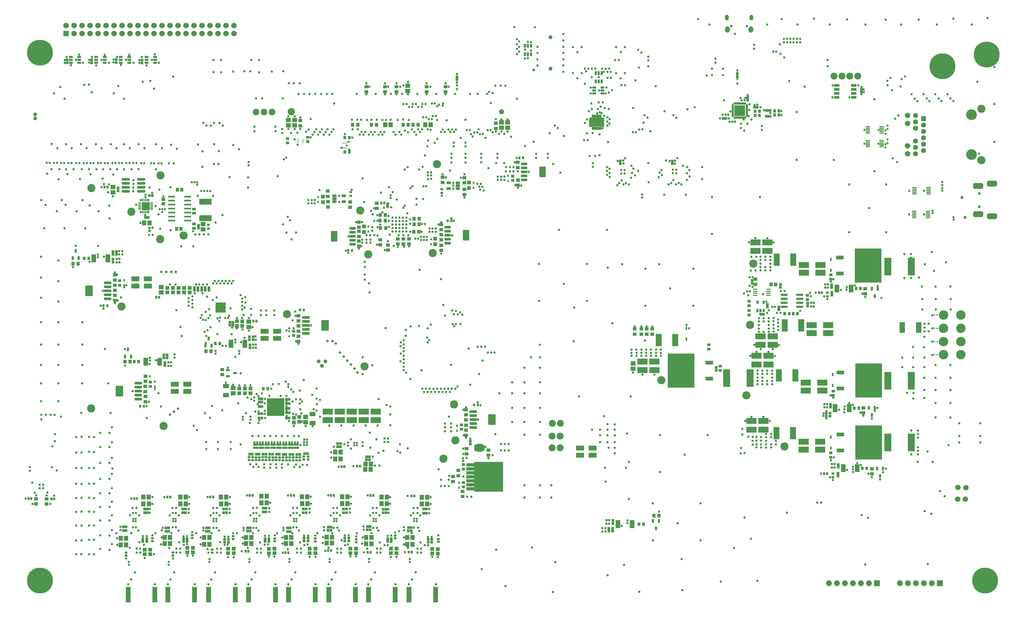
<source format=gbs>
G04*
G04 #@! TF.GenerationSoftware,Altium Limited,Altium Designer,20.2.6 (244)*
G04*
G04 Layer_Color=16711935*
%FSLAX25Y25*%
%MOIN*%
G70*
G04*
G04 #@! TF.SameCoordinates,7BFF7E2D-F564-4378-804B-9DD5228BFDDE*
G04*
G04*
G04 #@! TF.FilePolarity,Negative*
G04*
G01*
G75*
%ADD44R,0.03543X0.02953*%
%ADD60R,0.02600X0.00900*%
%ADD61R,0.06299X0.19291*%
%ADD101R,0.02953X0.03543*%
%ADD129R,0.03398X0.03241*%
%ADD130R,0.03241X0.03398*%
%ADD137R,0.04343X0.03556*%
%ADD138R,0.04540X0.03950*%
%ADD141R,0.03950X0.04540*%
%ADD144R,0.03162X0.02965*%
%ADD148R,0.05328X0.06312*%
%ADD150R,0.04737X0.04934*%
%ADD155R,0.02965X0.02572*%
%ADD159R,0.03123X0.03241*%
%ADD176R,0.03241X0.03123*%
%ADD181R,0.04540X0.03162*%
%ADD184R,0.06312X0.05328*%
%ADD187R,0.04737X0.04343*%
%ADD190R,0.03556X0.04343*%
%ADD191R,0.02965X0.03162*%
%ADD195R,0.04343X0.04737*%
%ADD196R,0.03162X0.04540*%
%ADD203C,0.06300*%
%ADD204C,0.09100*%
%ADD205C,0.03654*%
G04:AMPARAMS|DCode=206|XSize=70.99mil|YSize=128.08mil|CornerRadius=19.75mil|HoleSize=0mil|Usage=FLASHONLY|Rotation=90.000|XOffset=0mil|YOffset=0mil|HoleType=Round|Shape=RoundedRectangle|*
%AMROUNDEDRECTD206*
21,1,0.07099,0.08858,0,0,90.0*
21,1,0.03150,0.12808,0,0,90.0*
1,1,0.03950,0.04429,0.01575*
1,1,0.03950,0.04429,-0.01575*
1,1,0.03950,-0.04429,-0.01575*
1,1,0.03950,-0.04429,0.01575*
%
%ADD206ROUNDEDRECTD206*%
%ADD207C,0.10249*%
%ADD208R,0.07296X0.07296*%
%ADD209C,0.07296*%
%ADD210R,0.07001X0.07001*%
%ADD211C,0.07001*%
G04:AMPARAMS|DCode=212|XSize=45.28mil|YSize=70.87mil|CornerRadius=22.64mil|HoleSize=0mil|Usage=FLASHONLY|Rotation=180.000|XOffset=0mil|YOffset=0mil|HoleType=Round|Shape=RoundedRectangle|*
%AMROUNDEDRECTD212*
21,1,0.04528,0.02559,0,0,180.0*
21,1,0.00000,0.07087,0,0,180.0*
1,1,0.04528,0.00000,0.01280*
1,1,0.04528,0.00000,0.01280*
1,1,0.04528,0.00000,-0.01280*
1,1,0.04528,0.00000,-0.01280*
%
%ADD212ROUNDEDRECTD212*%
G04:AMPARAMS|DCode=213|XSize=57.09mil|YSize=78.74mil|CornerRadius=28.54mil|HoleSize=0mil|Usage=FLASHONLY|Rotation=180.000|XOffset=0mil|YOffset=0mil|HoleType=Round|Shape=RoundedRectangle|*
%AMROUNDEDRECTD213*
21,1,0.05709,0.02165,0,0,180.0*
21,1,0.00000,0.07874,0,0,180.0*
1,1,0.05709,0.00000,0.01083*
1,1,0.05709,0.00000,0.01083*
1,1,0.05709,0.00000,-0.01083*
1,1,0.05709,0.00000,-0.01083*
%
%ADD213ROUNDEDRECTD213*%
%ADD214C,0.03150*%
%ADD215C,0.11800*%
%ADD216C,0.05052*%
%ADD217C,0.06312*%
%ADD218C,0.32296*%
%ADD219C,0.06800*%
%ADD220C,0.08674*%
%ADD221R,0.06312X0.06312*%
%ADD222C,0.06824*%
%ADD223C,0.13398*%
%ADD224C,0.02800*%
%ADD225C,0.04737*%
%ADD226C,0.08280*%
%ADD227C,0.02965*%
%ADD228C,0.04800*%
%ADD229C,0.03800*%
%ADD230C,0.03300*%
%ADD231C,0.02700*%
%ADD232C,0.03556*%
%ADD233C,0.02965*%
%ADD234C,0.02600*%
G04:AMPARAMS|DCode=300|XSize=43.31mil|YSize=23.62mil|CornerRadius=2.01mil|HoleSize=0mil|Usage=FLASHONLY|Rotation=90.000|XOffset=0mil|YOffset=0mil|HoleType=Round|Shape=RoundedRectangle|*
%AMROUNDEDRECTD300*
21,1,0.04331,0.01961,0,0,90.0*
21,1,0.03929,0.02362,0,0,90.0*
1,1,0.00402,0.00980,0.01965*
1,1,0.00402,0.00980,-0.01965*
1,1,0.00402,-0.00980,-0.01965*
1,1,0.00402,-0.00980,0.01965*
%
%ADD300ROUNDEDRECTD300*%
%ADD301R,0.10000X0.06100*%
%ADD303R,0.05315X0.01575*%
%ADD305R,0.12800X0.07500*%
%ADD307R,0.07008X0.13780*%
%ADD309R,0.00900X0.02600*%
%ADD315R,0.09000X0.02400*%
%ADD322R,0.09055X0.22047*%
%ADD323R,0.02365X0.04375*%
%ADD348R,0.01181X0.03562*%
%ADD349R,0.03562X0.01181*%
%ADD350R,0.10236X0.10236*%
%ADD356R,0.12894X0.12674*%
%ADD357R,0.08600X0.03000*%
%ADD358R,0.04343X0.04934*%
%ADD359O,0.05787X0.01654*%
%ADD360R,0.02769X0.04737*%
%ADD361R,0.04540X0.03753*%
%ADD362R,0.03359X0.02965*%
%ADD363R,0.03359X0.02965*%
%ADD364R,0.03359X0.02965*%
%ADD365R,0.03359X0.02965*%
%ADD366R,0.15367X0.07690*%
%ADD367R,0.04934X0.04343*%
%ADD368R,0.05131X0.05131*%
%ADD369R,0.33477X0.42532*%
%ADD370R,0.09461X0.04934*%
%ADD371R,0.12611X0.07296*%
%ADD372R,0.02217X0.01784*%
%ADD373R,0.10052X0.04343*%
%ADD374R,0.35839X0.37217*%
%ADD375R,0.10642X0.10642*%
%ADD376O,0.04540X0.01784*%
%ADD377O,0.01784X0.04540*%
%ADD378R,0.13398X0.13398*%
%ADD379R,0.01981X0.02572*%
%ADD380R,0.02572X0.01981*%
%ADD381R,0.06509X0.03359*%
%ADD382R,0.07690X0.15367*%
G04:AMPARAMS|DCode=383|XSize=19.81mil|YSize=61.15mil|CornerRadius=5.95mil|HoleSize=0mil|Usage=FLASHONLY|Rotation=90.000|XOffset=0mil|YOffset=0mil|HoleType=Round|Shape=RoundedRectangle|*
%AMROUNDEDRECTD383*
21,1,0.01981,0.04925,0,0,90.0*
21,1,0.00791,0.06115,0,0,90.0*
1,1,0.01190,0.02463,0.00396*
1,1,0.01190,0.02463,-0.00396*
1,1,0.01190,-0.02463,-0.00396*
1,1,0.01190,-0.02463,0.00396*
%
%ADD383ROUNDEDRECTD383*%
G04:AMPARAMS|DCode=384|XSize=33.59mil|YSize=55.24mil|CornerRadius=5.92mil|HoleSize=0mil|Usage=FLASHONLY|Rotation=270.000|XOffset=0mil|YOffset=0mil|HoleType=Round|Shape=RoundedRectangle|*
%AMROUNDEDRECTD384*
21,1,0.03359,0.04341,0,0,270.0*
21,1,0.02175,0.05524,0,0,270.0*
1,1,0.01184,-0.02170,-0.01088*
1,1,0.01184,-0.02170,0.01088*
1,1,0.01184,0.02170,0.01088*
1,1,0.01184,0.02170,-0.01088*
%
%ADD384ROUNDEDRECTD384*%
G04:AMPARAMS|DCode=385|XSize=132.02mil|YSize=78.87mil|CornerRadius=6.13mil|HoleSize=0mil|Usage=FLASHONLY|Rotation=90.000|XOffset=0mil|YOffset=0mil|HoleType=Round|Shape=RoundedRectangle|*
%AMROUNDEDRECTD385*
21,1,0.13202,0.06661,0,0,90.0*
21,1,0.11976,0.07887,0,0,90.0*
1,1,0.01225,0.03331,0.05988*
1,1,0.01225,0.03331,-0.05988*
1,1,0.01225,-0.03331,-0.05988*
1,1,0.01225,-0.03331,0.05988*
%
%ADD385ROUNDEDRECTD385*%
G04:AMPARAMS|DCode=386|XSize=31.62mil|YSize=78.87mil|CornerRadius=6.01mil|HoleSize=0mil|Usage=FLASHONLY|Rotation=90.000|XOffset=0mil|YOffset=0mil|HoleType=Round|Shape=RoundedRectangle|*
%AMROUNDEDRECTD386*
21,1,0.03162,0.06685,0,0,90.0*
21,1,0.01961,0.07887,0,0,90.0*
1,1,0.01202,0.03343,0.00980*
1,1,0.01202,0.03343,-0.00980*
1,1,0.01202,-0.03343,-0.00980*
1,1,0.01202,-0.03343,0.00980*
%
%ADD386ROUNDEDRECTD386*%
%ADD387R,0.02375X0.02965*%
G04:AMPARAMS|DCode=388|XSize=31.62mil|YSize=90.68mil|CornerRadius=6.01mil|HoleSize=0mil|Usage=FLASHONLY|Rotation=90.000|XOffset=0mil|YOffset=0mil|HoleType=Round|Shape=RoundedRectangle|*
%AMROUNDEDRECTD388*
21,1,0.03162,0.07866,0,0,90.0*
21,1,0.01961,0.09068,0,0,90.0*
1,1,0.01202,0.03933,0.00980*
1,1,0.01202,0.03933,-0.00980*
1,1,0.01202,-0.03933,-0.00980*
1,1,0.01202,-0.03933,0.00980*
%
%ADD388ROUNDEDRECTD388*%
G04:AMPARAMS|DCode=389|XSize=133.98mil|YSize=90.68mil|CornerRadius=6.07mil|HoleSize=0mil|Usage=FLASHONLY|Rotation=90.000|XOffset=0mil|YOffset=0mil|HoleType=Round|Shape=RoundedRectangle|*
%AMROUNDEDRECTD389*
21,1,0.13398,0.07854,0,0,90.0*
21,1,0.12185,0.09068,0,0,90.0*
1,1,0.01213,0.03927,0.06093*
1,1,0.01213,0.03927,-0.06093*
1,1,0.01213,-0.03927,-0.06093*
1,1,0.01213,-0.03927,0.06093*
%
%ADD389ROUNDEDRECTD389*%
%ADD390R,0.04737X0.02769*%
%ADD391R,0.07178X0.10170*%
%ADD392R,0.02965X0.02178*%
%ADD393R,0.04737X0.05131*%
%ADD394R,0.02572X0.03753*%
%ADD395O,0.10642X0.03556*%
%ADD396R,0.09265X0.13398*%
%ADD397R,0.09265X0.03556*%
%ADD398R,0.07690X0.05328*%
G36*
X333080Y357697D02*
X333122Y357655D01*
X333122Y335669D01*
X311431D01*
X311346Y357343D01*
X311699Y357697D01*
X333080Y357697D01*
D02*
G37*
D44*
X238100Y575162D02*
D03*
Y570438D02*
D03*
X1012390Y485425D02*
D03*
Y490146D02*
D03*
X1019362Y258760D02*
D03*
Y263484D02*
D03*
X530244Y615116D02*
D03*
Y619840D02*
D03*
X416132Y616083D02*
D03*
Y611358D02*
D03*
D60*
X349971Y682161D02*
D03*
Y680193D02*
D03*
Y678224D02*
D03*
X356470D02*
D03*
Y680193D02*
D03*
Y682161D02*
D03*
D61*
X522432Y111876D02*
D03*
X488968D02*
D03*
X471732D02*
D03*
X438268D02*
D03*
X422232D02*
D03*
X388768D02*
D03*
X371832D02*
D03*
X338368D02*
D03*
X321932D02*
D03*
X288468D02*
D03*
X271732D02*
D03*
X238268D02*
D03*
X220732D02*
D03*
X187268D02*
D03*
X171248D02*
D03*
X137784D02*
D03*
D101*
X575044Y349361D02*
D03*
X570320D02*
D03*
X106880Y473906D02*
D03*
X111605D02*
D03*
X352688Y468631D02*
D03*
X357412Y468629D02*
D03*
X157442Y347893D02*
D03*
X152717D02*
D03*
X627075Y659142D02*
D03*
X631799D02*
D03*
X417745Y542996D02*
D03*
X413021D02*
D03*
X537410Y580005D02*
D03*
X542134D02*
D03*
D129*
X932532Y463000D02*
D03*
X929068D02*
D03*
X167926Y611655D02*
D03*
X164462D02*
D03*
X159426Y584347D02*
D03*
X162891D02*
D03*
X924758Y722504D02*
D03*
X921294D02*
D03*
X882039Y708584D02*
D03*
X885503D02*
D03*
X358471Y288603D02*
D03*
X361935D02*
D03*
X435941Y284634D02*
D03*
X439405D02*
D03*
X403240Y297228D02*
D03*
X399775D02*
D03*
X435831Y280972D02*
D03*
X439296D02*
D03*
X403313Y300995D02*
D03*
X399849D02*
D03*
X348834Y287575D02*
D03*
X352299D02*
D03*
X340186Y287600D02*
D03*
X343650D02*
D03*
X331733Y287616D02*
D03*
X335197D02*
D03*
X323302Y287680D02*
D03*
X326766D02*
D03*
X314893D02*
D03*
X318358D02*
D03*
X306457Y287764D02*
D03*
X309922D02*
D03*
X297990Y287719D02*
D03*
X301455D02*
D03*
X289731Y287968D02*
D03*
X293195D02*
D03*
X491733Y195771D02*
D03*
X488269D02*
D03*
X440365Y193251D02*
D03*
X436901D02*
D03*
X391377Y192471D02*
D03*
X387912D02*
D03*
X340429Y195339D02*
D03*
X336965D02*
D03*
X290484Y195551D02*
D03*
X287020D02*
D03*
X239094Y191012D02*
D03*
X235630D02*
D03*
X188428Y191055D02*
D03*
X184964D02*
D03*
X135201Y196661D02*
D03*
X131736D02*
D03*
X507287Y219028D02*
D03*
X510752D02*
D03*
X456866Y218976D02*
D03*
X460331D02*
D03*
X407224Y219098D02*
D03*
X410689D02*
D03*
X356913Y214571D02*
D03*
X360378D02*
D03*
X306594Y215634D02*
D03*
X310059D02*
D03*
X257169Y219063D02*
D03*
X260634D02*
D03*
X206098Y214535D02*
D03*
X209562D02*
D03*
X158276D02*
D03*
X161740D02*
D03*
X491684Y191957D02*
D03*
X488220D02*
D03*
X440404Y197204D02*
D03*
X436939D02*
D03*
X391469Y196351D02*
D03*
X388005D02*
D03*
X340429Y190681D02*
D03*
X336965D02*
D03*
X290577Y191485D02*
D03*
X287112D02*
D03*
X239094Y195551D02*
D03*
X235630D02*
D03*
X188428Y195583D02*
D03*
X184964D02*
D03*
X135248Y192133D02*
D03*
X131783D02*
D03*
X507287Y213898D02*
D03*
X510752D02*
D03*
X456866Y214370D02*
D03*
X460331D02*
D03*
X407224Y214398D02*
D03*
X410689D02*
D03*
X356913Y219098D02*
D03*
X360378D02*
D03*
X306594Y220272D02*
D03*
X310059D02*
D03*
X257169Y214535D02*
D03*
X260634D02*
D03*
X206098Y219063D02*
D03*
X209562D02*
D03*
X158276D02*
D03*
X161740D02*
D03*
X335650Y345043D02*
D03*
X339114D02*
D03*
X335697Y350994D02*
D03*
X339161D02*
D03*
X335697Y356345D02*
D03*
X339161D02*
D03*
X335619Y333034D02*
D03*
X339084D02*
D03*
X335650Y339776D02*
D03*
X339114D02*
D03*
X305193Y353131D02*
D03*
X301728D02*
D03*
X304953Y333293D02*
D03*
X301489D02*
D03*
X304985Y338606D02*
D03*
X301520D02*
D03*
X305116Y347614D02*
D03*
X301651D02*
D03*
X305193Y357038D02*
D03*
X301728D02*
D03*
D130*
X918300Y505432D02*
D03*
Y501968D02*
D03*
X937467Y472130D02*
D03*
Y475595D02*
D03*
X987800Y473568D02*
D03*
Y477032D02*
D03*
X953600Y496968D02*
D03*
Y500432D02*
D03*
X753352Y655257D02*
D03*
Y651792D02*
D03*
X818321Y655219D02*
D03*
Y651755D02*
D03*
X225600Y571068D02*
D03*
Y574532D02*
D03*
X125038Y617983D02*
D03*
Y621448D02*
D03*
X155036Y777947D02*
D03*
Y781411D02*
D03*
X122673Y778634D02*
D03*
Y782099D02*
D03*
X92107Y778265D02*
D03*
Y781730D02*
D03*
X61386Y778312D02*
D03*
Y781777D02*
D03*
X951600Y468768D02*
D03*
Y472232D02*
D03*
X1018228Y487136D02*
D03*
Y490600D02*
D03*
X1025767Y260490D02*
D03*
Y263955D02*
D03*
X1025931Y274982D02*
D03*
Y271518D02*
D03*
X1017589Y500177D02*
D03*
Y496713D02*
D03*
X1055156Y741518D02*
D03*
Y744982D02*
D03*
X912753Y734821D02*
D03*
Y731356D02*
D03*
X899678Y761230D02*
D03*
Y764695D02*
D03*
X512972Y181087D02*
D03*
Y177622D02*
D03*
X466917Y181805D02*
D03*
Y178340D02*
D03*
X413619Y182709D02*
D03*
Y179244D02*
D03*
X362631Y182727D02*
D03*
Y179262D02*
D03*
X313687Y181953D02*
D03*
Y178488D02*
D03*
X258583Y181091D02*
D03*
Y177626D02*
D03*
X206952Y181972D02*
D03*
Y178508D02*
D03*
X156186Y181937D02*
D03*
Y178472D02*
D03*
X517583Y181087D02*
D03*
Y177622D02*
D03*
X462388Y181818D02*
D03*
Y178354D02*
D03*
X408878Y182709D02*
D03*
Y179244D02*
D03*
X357890Y182757D02*
D03*
Y179292D02*
D03*
X309025Y181953D02*
D03*
Y178488D02*
D03*
X263110Y181091D02*
D03*
Y177626D02*
D03*
X211544Y181972D02*
D03*
Y178508D02*
D03*
X160927Y181937D02*
D03*
Y178472D02*
D03*
X220593Y493182D02*
D03*
Y496647D02*
D03*
X225121Y493182D02*
D03*
Y496647D02*
D03*
X229650Y493182D02*
D03*
Y496647D02*
D03*
X234178Y493182D02*
D03*
Y496647D02*
D03*
X238785Y493182D02*
D03*
Y496647D02*
D03*
X265120Y453032D02*
D03*
Y449568D02*
D03*
X268800Y452932D02*
D03*
Y449468D02*
D03*
X118659Y541575D02*
D03*
Y538110D02*
D03*
X123188Y541516D02*
D03*
Y538052D02*
D03*
X289424Y434726D02*
D03*
Y431262D02*
D03*
X293953Y434726D02*
D03*
Y431262D02*
D03*
X118659Y528585D02*
D03*
Y532049D02*
D03*
X290010Y421283D02*
D03*
Y424747D02*
D03*
X739064Y191359D02*
D03*
Y194824D02*
D03*
X743593Y191344D02*
D03*
Y194808D02*
D03*
X744105Y204715D02*
D03*
Y201251D02*
D03*
X182520Y412006D02*
D03*
Y408542D02*
D03*
X186510Y411996D02*
D03*
Y408532D02*
D03*
X183608Y399064D02*
D03*
Y402529D02*
D03*
X462527Y597995D02*
D03*
Y601460D02*
D03*
X1011182Y335578D02*
D03*
Y339042D02*
D03*
X1015809Y335578D02*
D03*
Y339042D02*
D03*
X1016270Y350217D02*
D03*
Y346752D02*
D03*
X873474Y396348D02*
D03*
Y392884D02*
D03*
X565772Y304071D02*
D03*
Y300607D02*
D03*
X549000Y760599D02*
D03*
Y757135D02*
D03*
D137*
X914451Y479356D02*
D03*
Y473844D02*
D03*
Y467756D02*
D03*
Y462244D02*
D03*
X987300Y486856D02*
D03*
Y481344D02*
D03*
X337241Y677801D02*
D03*
Y683313D02*
D03*
X127119Y505026D02*
D03*
Y499514D02*
D03*
X362278Y684838D02*
D03*
X362279Y679325D02*
D03*
X556938Y269239D02*
D03*
Y274751D02*
D03*
X557230Y246693D02*
D03*
Y252205D02*
D03*
X618715Y636271D02*
D03*
Y630759D02*
D03*
X863997Y424912D02*
D03*
X863997Y419400D02*
D03*
X1016732Y507087D02*
D03*
Y512598D02*
D03*
X1019685Y361417D02*
D03*
X1019685Y366929D02*
D03*
X1016658Y283886D02*
D03*
X1016658Y289397D02*
D03*
X165445Y372676D02*
D03*
Y378188D02*
D03*
X554622Y324586D02*
D03*
Y319074D02*
D03*
X344590Y441867D02*
D03*
X344589Y436355D02*
D03*
X878415Y398179D02*
D03*
Y392667D02*
D03*
D138*
X922408Y507048D02*
D03*
Y500552D02*
D03*
X625079Y653461D02*
D03*
X625079Y646963D02*
D03*
X597723Y702437D02*
D03*
Y695941D02*
D03*
X353221Y705762D02*
D03*
Y699266D02*
D03*
X35695Y231976D02*
D03*
Y225480D02*
D03*
X22439Y231976D02*
D03*
Y225482D02*
D03*
X459221Y741760D02*
D03*
Y748256D02*
D03*
X771459Y444754D02*
D03*
Y438258D02*
D03*
X448812Y602241D02*
D03*
Y595744D02*
D03*
X561131Y288248D02*
D03*
X561132Y294743D02*
D03*
X550835Y260893D02*
D03*
Y267389D02*
D03*
X543944Y259973D02*
D03*
Y253477D02*
D03*
X556189Y234815D02*
D03*
Y241311D02*
D03*
X159373Y360017D02*
D03*
Y353521D02*
D03*
X120999Y486847D02*
D03*
Y480350D02*
D03*
X588370Y292956D02*
D03*
Y286461D02*
D03*
X625278Y631206D02*
D03*
X625280Y624709D02*
D03*
X534850Y748256D02*
D03*
Y741760D02*
D03*
X435598Y748256D02*
D03*
Y741760D02*
D03*
X793373Y444752D02*
D03*
Y438256D02*
D03*
X786482Y444752D02*
D03*
Y438256D02*
D03*
X473390Y748256D02*
D03*
Y741760D02*
D03*
X779591Y444752D02*
D03*
Y438256D02*
D03*
X511193Y748257D02*
D03*
X511194Y741760D02*
D03*
X426290Y554927D02*
D03*
Y548431D02*
D03*
X529436Y569120D02*
D03*
Y575616D02*
D03*
X350693Y441938D02*
D03*
Y448434D02*
D03*
X120999Y499644D02*
D03*
Y493148D02*
D03*
X159248Y372814D02*
D03*
Y366318D02*
D03*
X560521Y324213D02*
D03*
Y330709D02*
D03*
X159313Y379114D02*
D03*
Y385610D02*
D03*
X560521Y337009D02*
D03*
X560520Y343505D02*
D03*
X560521Y317913D02*
D03*
X560520Y311417D02*
D03*
X558405Y634244D02*
D03*
Y627750D02*
D03*
X558405Y619522D02*
D03*
Y613026D02*
D03*
X387587Y604016D02*
D03*
Y597520D02*
D03*
X387410Y610827D02*
D03*
Y617323D02*
D03*
X350809Y454735D02*
D03*
Y461231D02*
D03*
X350693Y435638D02*
D03*
Y429142D02*
D03*
X426415Y567134D02*
D03*
Y560638D02*
D03*
X529388Y556323D02*
D03*
Y562819D02*
D03*
X426524Y572132D02*
D03*
Y578626D02*
D03*
X529437Y549557D02*
D03*
Y543061D02*
D03*
X120999Y505944D02*
D03*
Y512440D02*
D03*
X531008Y634721D02*
D03*
X531008Y628225D02*
D03*
X415544Y603779D02*
D03*
Y597283D02*
D03*
X453053Y550123D02*
D03*
X453051Y556619D02*
D03*
X489248Y551090D02*
D03*
Y557587D02*
D03*
X482125Y551090D02*
D03*
Y557587D02*
D03*
X462590Y543472D02*
D03*
X462590Y549968D02*
D03*
X475234Y551099D02*
D03*
Y557595D02*
D03*
D141*
X495323Y575761D02*
D03*
X501819Y575760D02*
D03*
X488106Y700382D02*
D03*
X481610D02*
D03*
X418508Y700410D02*
D03*
X425006D02*
D03*
X442012D02*
D03*
X448508D02*
D03*
X493985Y700382D02*
D03*
X500481D02*
D03*
X501559Y566480D02*
D03*
X495063Y566482D02*
D03*
X501819Y582704D02*
D03*
X495323D02*
D03*
X453050Y587356D02*
D03*
X459546D02*
D03*
X452881Y580368D02*
D03*
X459377D02*
D03*
X453552Y571200D02*
D03*
X460048D02*
D03*
D144*
X995291Y477445D02*
D03*
X991944D02*
D03*
X995291Y472917D02*
D03*
X991944D02*
D03*
X126633Y528016D02*
D03*
Y532545D02*
D03*
X297428Y421057D02*
D03*
X297455Y425142D02*
D03*
X736096Y200681D02*
D03*
X735928Y205210D02*
D03*
X739443Y200681D02*
D03*
X739274Y205210D02*
D03*
X885192Y713112D02*
D03*
X888539D02*
D03*
X893266Y704437D02*
D03*
X896613Y704438D02*
D03*
X1013110Y500581D02*
D03*
X1009764D02*
D03*
X1021304Y275529D02*
D03*
X1017957D02*
D03*
X1013110Y496585D02*
D03*
X1009764D02*
D03*
X1021304Y271000D02*
D03*
X1017957D02*
D03*
X294082Y421057D02*
D03*
X294109Y425142D02*
D03*
X123286Y528016D02*
D03*
Y532545D02*
D03*
X191472Y398449D02*
D03*
X188125D02*
D03*
X191512Y402983D02*
D03*
X188165D02*
D03*
X1008604Y350546D02*
D03*
X1011950D02*
D03*
X1008593Y346624D02*
D03*
X1011940D02*
D03*
D148*
X304381Y226827D02*
D03*
X311074D02*
D03*
X434488Y268878D02*
D03*
X441181D02*
D03*
X434604Y275354D02*
D03*
X441297D02*
D03*
X403559Y281840D02*
D03*
X396866D02*
D03*
X403559Y290518D02*
D03*
X396866D02*
D03*
X511661Y233988D02*
D03*
X504968D02*
D03*
X511661Y225524D02*
D03*
X504968D02*
D03*
X486657Y183417D02*
D03*
X493350D02*
D03*
X486657Y174937D02*
D03*
X493350D02*
D03*
X461390Y225850D02*
D03*
X454697D02*
D03*
X435280Y183429D02*
D03*
X441972D02*
D03*
X435502Y175386D02*
D03*
X442195Y175385D02*
D03*
X461390Y234315D02*
D03*
X454697D02*
D03*
X385961Y176347D02*
D03*
X392653Y176347D02*
D03*
X412028Y225972D02*
D03*
X405335D02*
D03*
X412028Y234437D02*
D03*
X405335D02*
D03*
X385961Y183736D02*
D03*
X392653D02*
D03*
X334972Y175776D02*
D03*
X341665D02*
D03*
X361858Y234437D02*
D03*
X355165D02*
D03*
X334980Y183492D02*
D03*
X341673D02*
D03*
X362075Y225972D02*
D03*
X355382D02*
D03*
X311074Y235295D02*
D03*
X304381D02*
D03*
X285130Y183496D02*
D03*
X291823D02*
D03*
X285130Y175779D02*
D03*
X291823Y175778D02*
D03*
X232720Y183346D02*
D03*
X239413D02*
D03*
X260547Y234028D02*
D03*
X253854D02*
D03*
X232720Y174882D02*
D03*
X239413D02*
D03*
X260673Y225563D02*
D03*
X253980D02*
D03*
X128472Y174134D02*
D03*
X135165D02*
D03*
X128557Y182602D02*
D03*
X135249Y182601D02*
D03*
X163610Y225563D02*
D03*
X156917D02*
D03*
X163488Y234028D02*
D03*
X156795D02*
D03*
X209646D02*
D03*
X202953D02*
D03*
X183543Y183346D02*
D03*
X190236D02*
D03*
X209646Y225563D02*
D03*
X202953D02*
D03*
X183330Y175932D02*
D03*
X190023D02*
D03*
X466110Y700410D02*
D03*
X459417D02*
D03*
X516232Y700622D02*
D03*
X509540D02*
D03*
X157800Y577630D02*
D03*
X164492D02*
D03*
D150*
X214608Y496232D02*
D03*
Y490327D02*
D03*
X207718Y496232D02*
D03*
X207717Y490327D02*
D03*
X200825Y496232D02*
D03*
X200826Y490327D02*
D03*
X193722Y496232D02*
D03*
X193723Y490327D02*
D03*
X186832Y496232D02*
D03*
Y490327D02*
D03*
X273806Y448651D02*
D03*
X273807Y454556D02*
D03*
X280574Y448341D02*
D03*
X280572Y454247D02*
D03*
X276913Y370064D02*
D03*
X276913Y364159D02*
D03*
X290697Y370064D02*
D03*
X290693Y364159D02*
D03*
X283804Y370064D02*
D03*
X283803Y364159D02*
D03*
X345078Y327466D02*
D03*
X345075Y333370D02*
D03*
X351701Y328449D02*
D03*
X351699Y334354D02*
D03*
D155*
X549000Y749968D02*
D03*
Y753512D02*
D03*
X361401Y302969D02*
D03*
Y299426D02*
D03*
X357840Y302969D02*
D03*
Y299426D02*
D03*
D159*
X16537Y232017D02*
D03*
X12954Y232016D02*
D03*
X111598Y622409D02*
D03*
X108015D02*
D03*
X427663Y272844D02*
D03*
X424081Y272843D02*
D03*
X1005534Y490106D02*
D03*
X1001951D02*
D03*
X488828Y165114D02*
D03*
X492410D02*
D03*
X492076Y235578D02*
D03*
X495659D02*
D03*
X437464Y164788D02*
D03*
X441047D02*
D03*
X440910Y236161D02*
D03*
X444493D02*
D03*
X387900Y166998D02*
D03*
X391482D02*
D03*
X391388Y236161D02*
D03*
X394970D02*
D03*
X334449Y164523D02*
D03*
X338032D02*
D03*
X341346Y236161D02*
D03*
X344928D02*
D03*
X284640Y166034D02*
D03*
X288223D02*
D03*
X289833Y236161D02*
D03*
X293415D02*
D03*
X240430Y234059D02*
D03*
X244013D02*
D03*
X186680D02*
D03*
X190263D02*
D03*
X1008359Y263390D02*
D03*
X1011942Y263391D02*
D03*
X45181Y231729D02*
D03*
X41597D02*
D03*
X148842Y232061D02*
D03*
X145259Y232063D02*
D03*
X294465Y454515D02*
D03*
X298048D02*
D03*
X176318Y484617D02*
D03*
X172736D02*
D03*
X408224Y272240D02*
D03*
X404641Y272239D02*
D03*
X454436Y602578D02*
D03*
X458018D02*
D03*
D176*
X362666Y281134D02*
D03*
Y284717D02*
D03*
X357531D02*
D03*
Y281134D02*
D03*
X352573Y280232D02*
D03*
Y283815D02*
D03*
X327027Y280336D02*
D03*
Y283919D02*
D03*
X318631Y280336D02*
D03*
Y283919D02*
D03*
X310199Y280420D02*
D03*
Y284003D02*
D03*
X293369Y280624D02*
D03*
Y284207D02*
D03*
X348399Y283815D02*
D03*
Y280232D02*
D03*
X339850Y283837D02*
D03*
Y280254D02*
D03*
X331417Y283855D02*
D03*
Y280273D02*
D03*
X322853Y283919D02*
D03*
Y280336D02*
D03*
X314456Y283919D02*
D03*
Y280336D02*
D03*
X306025Y284003D02*
D03*
Y280420D02*
D03*
X297614Y283958D02*
D03*
Y280376D02*
D03*
X289194Y284207D02*
D03*
Y280624D02*
D03*
X164492Y571007D02*
D03*
Y567424D02*
D03*
X525871Y181637D02*
D03*
Y178055D02*
D03*
X471854Y185947D02*
D03*
X471854Y182364D02*
D03*
X371804Y182181D02*
D03*
Y178599D02*
D03*
X423110Y181058D02*
D03*
X423112Y177475D02*
D03*
X320984Y182297D02*
D03*
X320984Y178714D02*
D03*
X269197Y185176D02*
D03*
X269197Y181593D02*
D03*
X217730Y182889D02*
D03*
X217728Y186472D02*
D03*
X167976Y182568D02*
D03*
X167975Y178985D02*
D03*
X242884Y164609D02*
D03*
Y168192D02*
D03*
X193630Y160898D02*
D03*
Y164480D02*
D03*
X135165D02*
D03*
Y160898D02*
D03*
X344024Y280254D02*
D03*
Y283837D02*
D03*
X335591Y280273D02*
D03*
Y283855D02*
D03*
X301789Y280376D02*
D03*
Y283958D02*
D03*
D181*
X271568Y389377D02*
D03*
X262315Y393117D02*
D03*
X262316Y385637D02*
D03*
D184*
X231405Y576147D02*
D03*
Y569455D02*
D03*
X604911Y703594D02*
D03*
Y696902D02*
D03*
X612453Y703594D02*
D03*
Y696902D02*
D03*
X345972Y706575D02*
D03*
Y699882D02*
D03*
X337993Y706575D02*
D03*
Y699882D02*
D03*
X487563Y742838D02*
D03*
Y749532D02*
D03*
X769412Y394901D02*
D03*
X769413Y401594D02*
D03*
X118646Y615717D02*
D03*
X118645Y622409D02*
D03*
X179155Y497031D02*
D03*
X179154Y490338D02*
D03*
X288630Y447181D02*
D03*
X288629Y453873D02*
D03*
X269211Y370742D02*
D03*
X269213Y364049D02*
D03*
X359591Y327803D02*
D03*
Y334496D02*
D03*
D187*
X1067982Y263281D02*
D03*
X1067983Y269580D02*
D03*
X1059614Y488787D02*
D03*
X1059614Y495086D02*
D03*
X1057309Y345853D02*
D03*
Y339554D02*
D03*
X255524Y393687D02*
D03*
Y387387D02*
D03*
D190*
X969644Y463900D02*
D03*
X975156D02*
D03*
X959144D02*
D03*
X964656D02*
D03*
X246878Y426530D02*
D03*
X252390D02*
D03*
X946290Y717984D02*
D03*
X951801Y717984D02*
D03*
X776777Y200130D02*
D03*
X782289D02*
D03*
X946290Y712668D02*
D03*
X951801Y712668D02*
D03*
X922035Y717570D02*
D03*
X927547D02*
D03*
X927547Y712058D02*
D03*
X922035D02*
D03*
X1051674Y345397D02*
D03*
X1046162D02*
D03*
X1053905Y495422D02*
D03*
X1048393D02*
D03*
X1061760Y270163D02*
D03*
X1056248D02*
D03*
X408866Y666410D02*
D03*
X414378D02*
D03*
X408866Y684383D02*
D03*
X414378Y684382D02*
D03*
X306826Y369886D02*
D03*
X312338D02*
D03*
X82797Y533067D02*
D03*
X88309D02*
D03*
X145355Y403784D02*
D03*
X150867D02*
D03*
D191*
X556876Y282724D02*
D03*
Y279378D02*
D03*
D195*
X795387Y210964D02*
D03*
X801687D02*
D03*
X68673Y526589D02*
D03*
X74974D02*
D03*
X235142Y416890D02*
D03*
X241441D02*
D03*
X133878Y403666D02*
D03*
X140177D02*
D03*
D196*
X1071817Y485819D02*
D03*
X1075547Y495071D02*
D03*
X1068077D02*
D03*
X794217Y204159D02*
D03*
X801697D02*
D03*
X797957Y194907D02*
D03*
X1074728Y269682D02*
D03*
X1082210Y269681D02*
D03*
X1078470Y260430D02*
D03*
X1068002Y336684D02*
D03*
X1071742Y345936D02*
D03*
X1064262D02*
D03*
X72067Y542633D02*
D03*
X68328Y533381D02*
D03*
X75808D02*
D03*
X238289Y432935D02*
D03*
X234549Y423683D02*
D03*
X242029D02*
D03*
X137520Y419253D02*
D03*
X133779Y410001D02*
D03*
X141260D02*
D03*
D203*
X604897Y716962D02*
D03*
D204*
X341897D02*
D03*
D205*
X1202575Y614468D02*
D03*
Y597932D02*
D03*
D206*
X1201000Y623900D02*
D03*
Y588500D02*
D03*
X1218500Y585700D02*
D03*
Y626700D02*
D03*
D207*
X433400Y397700D02*
D03*
X207100Y561800D02*
D03*
X91360Y345079D02*
D03*
X178142Y637269D02*
D03*
X141682Y591366D02*
D03*
X177790Y557027D02*
D03*
X182149Y323063D02*
D03*
X91665Y621253D02*
D03*
X545560Y350029D02*
D03*
X546943Y305318D02*
D03*
X532147Y282295D02*
D03*
X804682Y380464D02*
D03*
X919713Y526475D02*
D03*
X336538Y463083D02*
D03*
X129467Y472724D02*
D03*
X524242Y651005D02*
D03*
X518821Y539966D02*
D03*
X437945Y538061D02*
D03*
X428190Y593297D02*
D03*
X915836Y449698D02*
D03*
X958787Y297583D02*
D03*
X911238Y361504D02*
D03*
X1205202Y656015D02*
D03*
Y720385D02*
D03*
D208*
X1074500Y126000D02*
D03*
X1153100D02*
D03*
D209*
X1064500D02*
D03*
X1054500D02*
D03*
X1044500D02*
D03*
X1034500D02*
D03*
X1024500D02*
D03*
X1014500D02*
D03*
X1143100D02*
D03*
X1133100D02*
D03*
X1123100D02*
D03*
X1113100D02*
D03*
X1103100D02*
D03*
D210*
X60000Y814961D02*
D03*
D211*
Y824961D02*
D03*
X70000Y814961D02*
D03*
Y824961D02*
D03*
X80000Y814961D02*
D03*
Y824961D02*
D03*
X90000Y814961D02*
D03*
Y824961D02*
D03*
X100000Y814961D02*
D03*
Y824961D02*
D03*
X110000Y814961D02*
D03*
Y824961D02*
D03*
X120000Y814961D02*
D03*
Y824961D02*
D03*
X130000Y814961D02*
D03*
Y824961D02*
D03*
X140000Y814961D02*
D03*
Y824961D02*
D03*
X150000Y814961D02*
D03*
Y824961D02*
D03*
X160000Y814961D02*
D03*
Y824961D02*
D03*
X170000Y814961D02*
D03*
Y824961D02*
D03*
X180000Y814961D02*
D03*
Y824961D02*
D03*
X190000Y814961D02*
D03*
Y824961D02*
D03*
X200000Y814961D02*
D03*
Y824961D02*
D03*
X210000Y814961D02*
D03*
Y824961D02*
D03*
X220000Y814961D02*
D03*
Y824961D02*
D03*
X230000Y814961D02*
D03*
Y824961D02*
D03*
X240000Y814961D02*
D03*
Y824961D02*
D03*
X250000Y814961D02*
D03*
Y824961D02*
D03*
X260000Y814961D02*
D03*
Y824961D02*
D03*
X270000Y814961D02*
D03*
Y824961D02*
D03*
D212*
X886744Y834943D02*
D03*
X917256D02*
D03*
D213*
X887335Y819983D02*
D03*
X916665D02*
D03*
D214*
X911843Y824117D02*
D03*
X892157D02*
D03*
D215*
X1179322Y412395D02*
D03*
Y428931D02*
D03*
Y445466D02*
D03*
Y462002D02*
D03*
X1157669Y462002D02*
D03*
Y445466D02*
D03*
Y428931D02*
D03*
Y412395D02*
D03*
D216*
X665932Y810115D02*
D03*
Y770745D02*
D03*
D217*
X1122683Y696172D02*
D03*
Y704164D02*
D03*
X1132683Y700188D02*
D03*
Y692196D02*
D03*
X1122683Y680227D02*
D03*
X1132683Y668219D02*
D03*
Y676212D02*
D03*
Y684204D02*
D03*
X1122683Y664243D02*
D03*
Y712156D02*
D03*
Y672235D02*
D03*
D218*
X1156440Y773766D02*
D03*
X1209870Y129472D02*
D03*
X27372D02*
D03*
X27516Y790665D02*
D03*
X1211780Y788624D02*
D03*
D219*
X1175798Y246044D02*
D03*
X1175357Y231440D02*
D03*
X1185200D02*
D03*
X1185641Y245822D02*
D03*
D220*
X678324Y326588D02*
D03*
X668324D02*
D03*
X678248Y295909D02*
D03*
X668248D02*
D03*
X678236Y310559D02*
D03*
X668236D02*
D03*
X1050275Y761548D02*
D03*
X1040275D02*
D03*
X1030812Y761636D02*
D03*
X1020812D02*
D03*
D221*
X1132683Y708180D02*
D03*
D222*
X1112683Y664105D02*
D03*
Y712294D02*
D03*
Y674105D02*
D03*
Y702294D02*
D03*
D223*
X1192683Y663200D02*
D03*
Y713200D02*
D03*
D224*
X423613Y298888D02*
D03*
X420513D02*
D03*
X423613Y301988D02*
D03*
X420513D02*
D03*
X495556Y203690D02*
D03*
Y206790D02*
D03*
X498656Y203690D02*
D03*
Y206790D02*
D03*
X395324Y203690D02*
D03*
Y206790D02*
D03*
X398424Y203690D02*
D03*
Y206790D02*
D03*
X444804Y203690D02*
D03*
Y206790D02*
D03*
X447904Y203690D02*
D03*
Y206790D02*
D03*
X345017Y203690D02*
D03*
Y206790D02*
D03*
X348117Y203690D02*
D03*
Y206790D02*
D03*
X294926Y203690D02*
D03*
Y206790D02*
D03*
X298026Y203690D02*
D03*
Y206790D02*
D03*
X244911Y203690D02*
D03*
Y206790D02*
D03*
X248011Y203690D02*
D03*
Y206790D02*
D03*
X193966Y203690D02*
D03*
Y206790D02*
D03*
X197066Y203690D02*
D03*
Y206790D02*
D03*
X144091Y203690D02*
D03*
Y206790D02*
D03*
X147191Y203690D02*
D03*
Y206790D02*
D03*
D225*
X21503Y708467D02*
D03*
Y713467D02*
D03*
D226*
X297805Y716512D02*
D03*
X307803D02*
D03*
X317803D02*
D03*
D227*
X240750Y446968D02*
D03*
X237200Y443099D02*
D03*
X238154Y458624D02*
D03*
X247000Y413933D02*
D03*
Y417269D02*
D03*
X276913Y417269D02*
D03*
Y413933D02*
D03*
X233300Y441000D02*
D03*
X251900Y454332D02*
D03*
X249487Y457758D02*
D03*
X252287Y458745D02*
D03*
X443200Y572000D02*
D03*
Y567800D02*
D03*
X453159Y575422D02*
D03*
X449847Y572000D02*
D03*
X320500Y462100D02*
D03*
Y467800D02*
D03*
X282200Y462100D02*
D03*
X291300D02*
D03*
Y469800D02*
D03*
X310300Y467800D02*
D03*
Y462100D02*
D03*
X303800D02*
D03*
Y467800D02*
D03*
X259000Y458551D02*
D03*
X727500Y662400D02*
D03*
X721741Y661559D02*
D03*
X772787Y691000D02*
D03*
X769000D02*
D03*
X769300Y721400D02*
D03*
X931900Y488200D02*
D03*
X908100Y489000D02*
D03*
X912000Y491900D02*
D03*
X915500D02*
D03*
X913300Y486866D02*
D03*
X915200Y509600D02*
D03*
X918600D02*
D03*
X915200Y498700D02*
D03*
X918700Y497331D02*
D03*
X936100Y478700D02*
D03*
X937219Y464700D02*
D03*
X939100Y468200D02*
D03*
X978400Y467600D02*
D03*
X954000Y492300D02*
D03*
X990700Y489800D02*
D03*
X991800Y485819D02*
D03*
X949300Y464900D02*
D03*
X772500Y756300D02*
D03*
X788480Y773900D02*
D03*
X776900Y772100D02*
D03*
X730202Y714739D02*
D03*
X739878Y702091D02*
D03*
X759468Y750200D02*
D03*
X754868D02*
D03*
X751500Y781400D02*
D03*
X578700Y626400D02*
D03*
X574375D02*
D03*
X544336Y627926D02*
D03*
X506213Y647705D02*
D03*
X501673Y644425D02*
D03*
X369600Y344260D02*
D03*
X713386Y770866D02*
D03*
X694108Y797815D02*
D03*
X717717Y770866D02*
D03*
X748151Y765047D02*
D03*
X739370Y770866D02*
D03*
X699795Y758816D02*
D03*
X709055Y770866D02*
D03*
X759150Y797890D02*
D03*
X753838Y758726D02*
D03*
X722047Y770866D02*
D03*
X699795Y791494D02*
D03*
X759060Y765122D02*
D03*
X705017Y797890D02*
D03*
X730709Y770866D02*
D03*
X705017Y765212D02*
D03*
X735039Y770866D02*
D03*
X694108Y765138D02*
D03*
X748242Y797815D02*
D03*
X753929Y791494D02*
D03*
X529021Y691346D02*
D03*
X593878Y740256D02*
D03*
X568828Y685958D02*
D03*
X350590Y739292D02*
D03*
X489076Y722953D02*
D03*
X459244Y738795D02*
D03*
X476935Y691339D02*
D03*
X538370Y694500D02*
D03*
X576138Y694787D02*
D03*
X377730Y691339D02*
D03*
X517815Y707382D02*
D03*
X587500Y693755D02*
D03*
X500886Y722953D02*
D03*
X523016Y739292D02*
D03*
X375368Y688189D02*
D03*
X586791Y739045D02*
D03*
X363583Y694648D02*
D03*
X453315Y691339D02*
D03*
X524197Y706495D02*
D03*
X534827Y738795D02*
D03*
X384816Y691339D02*
D03*
X368307Y688189D02*
D03*
X500557Y694736D02*
D03*
X365945Y707695D02*
D03*
X511209Y738795D02*
D03*
X371850Y739292D02*
D03*
X441504Y691339D02*
D03*
X565535Y739292D02*
D03*
X505369Y694736D02*
D03*
X364764Y739292D02*
D03*
X570750Y690945D02*
D03*
X357677Y739292D02*
D03*
X382454Y688189D02*
D03*
X591125Y693755D02*
D03*
X549000Y745253D02*
D03*
X481681Y707294D02*
D03*
X380114Y694744D02*
D03*
X424996Y694736D02*
D03*
X378933Y739292D02*
D03*
X487587Y738795D02*
D03*
X521098Y727100D02*
D03*
X480500Y739292D02*
D03*
X432059Y688189D02*
D03*
X565000Y693767D02*
D03*
X427335Y688189D02*
D03*
X506843Y709842D02*
D03*
X509665Y726575D02*
D03*
X561375Y693767D02*
D03*
X574375Y690945D02*
D03*
X370644Y691339D02*
D03*
X581500Y688976D02*
D03*
X373028Y694744D02*
D03*
X577875Y688976D02*
D03*
X447433Y739292D02*
D03*
X386020D02*
D03*
X517815Y727100D02*
D03*
X497835Y726575D02*
D03*
X387201Y694744D02*
D03*
X389540Y688189D02*
D03*
X391989Y691339D02*
D03*
X393106Y739292D02*
D03*
X394287Y694744D02*
D03*
X395485Y726989D02*
D03*
X487696Y691195D02*
D03*
X417909Y706952D02*
D03*
X423815Y739292D02*
D03*
X510772Y709842D02*
D03*
X495831Y691339D02*
D03*
X512390Y694986D02*
D03*
X559630Y706733D02*
D03*
X460425Y706635D02*
D03*
X429697Y691339D02*
D03*
X524400Y723927D02*
D03*
X443866Y688189D02*
D03*
X458039Y691339D02*
D03*
X446228D02*
D03*
X540732Y691374D02*
D03*
X466331Y739292D02*
D03*
X434441Y691339D02*
D03*
X531284Y694500D02*
D03*
X435622Y738795D02*
D03*
X436803Y706544D02*
D03*
X498193Y688189D02*
D03*
X439142D02*
D03*
X469850Y691339D02*
D03*
X486054Y726575D02*
D03*
X531800Y727300D02*
D03*
X513779Y707382D02*
D03*
X502739Y691339D02*
D03*
X533646Y691374D02*
D03*
X543094Y694500D02*
D03*
X448614Y706913D02*
D03*
X450953Y688189D02*
D03*
X488768Y706635D02*
D03*
X545457Y691374D02*
D03*
X473417Y738795D02*
D03*
X455677Y688189D02*
D03*
X499398Y739292D02*
D03*
X505630Y726575D02*
D03*
X522638Y711614D02*
D03*
X589153Y741933D02*
D03*
X482019Y726575D02*
D03*
X546638Y739292D02*
D03*
X472211Y688189D02*
D03*
X547819Y694500D02*
D03*
X474598Y706634D02*
D03*
X479297Y688189D02*
D03*
X484045Y693317D02*
D03*
X493799Y726575D02*
D03*
X526600Y725900D02*
D03*
X493111Y722953D02*
D03*
X593862Y691293D02*
D03*
X504921Y722953D02*
D03*
X518602Y711614D02*
D03*
X574980Y739292D02*
D03*
X591496Y727715D02*
D03*
X566675Y688917D02*
D03*
X536008Y706292D02*
D03*
X531008Y724644D02*
D03*
X727500Y688600D02*
D03*
X194043Y760800D02*
D03*
X1156111Y628800D02*
D03*
X1156100Y625300D02*
D03*
X1156111Y621100D02*
D03*
Y617900D02*
D03*
X1144100Y592800D02*
D03*
Y589700D02*
D03*
X1170406Y581827D02*
D03*
X1169940Y584700D02*
D03*
X426329Y545508D02*
D03*
X429580Y548481D02*
D03*
X275492Y351544D02*
D03*
X974214Y716487D02*
D03*
X1064645Y596231D02*
D03*
X899625Y768533D02*
D03*
X984164Y747997D02*
D03*
X864837Y826161D02*
D03*
X964820Y755318D02*
D03*
X1086179Y625743D02*
D03*
X1071425Y642259D02*
D03*
X1099831Y653794D02*
D03*
X1133507Y617900D02*
D03*
X1114700Y588200D02*
D03*
X1133507Y588175D02*
D03*
X529397Y578539D02*
D03*
X545058Y580044D02*
D03*
X526146Y575566D02*
D03*
X1039872Y565826D02*
D03*
X1086179D02*
D03*
X1114700Y617900D02*
D03*
X868143Y609962D02*
D03*
X835354Y612720D02*
D03*
X928060Y609962D02*
D03*
X1139100Y441714D02*
D03*
X125400Y749100D02*
D03*
X52900Y747900D02*
D03*
X1059600Y149536D02*
D03*
X1138200Y150000D02*
D03*
X176043Y778138D02*
D03*
X171054Y788835D02*
D03*
X160648Y774979D02*
D03*
X154913Y785634D02*
D03*
X139172Y788175D02*
D03*
X144466Y778172D02*
D03*
X128608Y775440D02*
D03*
X123626Y785653D02*
D03*
X113801Y778161D02*
D03*
X108450Y788175D02*
D03*
X97615Y774803D02*
D03*
X92327Y785653D02*
D03*
X81190Y778146D02*
D03*
X76560Y788374D02*
D03*
X60783Y785626D02*
D03*
X65982Y775252D02*
D03*
X682905Y686400D02*
D03*
X711659Y689681D02*
D03*
X542000Y653148D02*
D03*
X559630D02*
D03*
X579258Y653340D02*
D03*
X664936Y689681D02*
D03*
X645150Y679300D02*
D03*
X584700Y684000D02*
D03*
X553800D02*
D03*
X545030Y673415D02*
D03*
Y678315D02*
D03*
X559630D02*
D03*
Y673415D02*
D03*
X648100Y659093D02*
D03*
Y663993D02*
D03*
X662700D02*
D03*
Y659093D02*
D03*
X579258Y659293D02*
D03*
Y664193D02*
D03*
X599634Y663993D02*
D03*
Y659093D02*
D03*
X559630Y659100D02*
D03*
Y664000D02*
D03*
X542000D02*
D03*
Y659100D02*
D03*
X489953Y152950D02*
D03*
X671400Y699546D02*
D03*
X675200Y696400D02*
D03*
X709055Y702716D02*
D03*
X239335Y152948D02*
D03*
X743227Y743808D02*
D03*
X739200Y740800D02*
D03*
X741552Y759283D02*
D03*
X737268D02*
D03*
X741552Y766808D02*
D03*
X739200Y720176D02*
D03*
X732900Y766808D02*
D03*
X737268D02*
D03*
X710800Y767500D02*
D03*
X709055Y751660D02*
D03*
X717096Y727268D02*
D03*
X725266Y720176D02*
D03*
X717717D02*
D03*
X714146Y717354D02*
D03*
X717717Y760023D02*
D03*
X728900Y723206D02*
D03*
X726417Y728452D02*
D03*
X734000Y721400D02*
D03*
X731434Y728452D02*
D03*
X726500Y760007D02*
D03*
X727739Y716146D02*
D03*
X733217Y711843D02*
D03*
X735969Y747244D02*
D03*
X735189Y739764D02*
D03*
X740122Y707594D02*
D03*
X716457Y747244D02*
D03*
Y739764D02*
D03*
X737402Y709673D02*
D03*
X624058Y733079D02*
D03*
X1063577Y208221D02*
D03*
X349744Y675479D02*
D03*
X345950Y682171D02*
D03*
X195345Y139921D02*
D03*
X917300Y707300D02*
D03*
X930500Y698700D02*
D03*
Y694300D02*
D03*
X293594Y188776D02*
D03*
X180400Y591273D02*
D03*
X176936Y594700D02*
D03*
X175802Y588194D02*
D03*
X183900Y594661D02*
D03*
X235693Y699326D02*
D03*
X231801Y702736D02*
D03*
X221700Y563200D02*
D03*
X226912D02*
D03*
X232416D02*
D03*
X180400Y594700D02*
D03*
X181889Y610979D02*
D03*
X1055412Y211506D02*
D03*
X1134139Y216395D02*
D03*
X1142362Y213196D02*
D03*
X264542Y634713D02*
D03*
X236700Y617477D02*
D03*
X232900D02*
D03*
X229101D02*
D03*
X224632Y611398D02*
D03*
X276552Y669955D02*
D03*
X244144Y611398D02*
D03*
X240577Y617477D02*
D03*
X250750Y651440D02*
D03*
X905237Y731102D02*
D03*
X908780D02*
D03*
X899677Y758203D02*
D03*
X790946Y692344D02*
D03*
X718909Y690299D02*
D03*
X908516Y693141D02*
D03*
X777167Y694621D02*
D03*
X781174Y694660D02*
D03*
X731224Y696235D02*
D03*
X904575Y696325D02*
D03*
X737953Y678712D02*
D03*
X82590Y750522D02*
D03*
X424377Y706976D02*
D03*
X295826Y698213D02*
D03*
X321900D02*
D03*
X295826Y692500D02*
D03*
X439747Y490578D02*
D03*
X255997Y699326D02*
D03*
X241044D02*
D03*
X433606Y506586D02*
D03*
X439090Y501768D02*
D03*
X252066Y702736D02*
D03*
X244970D02*
D03*
X206953Y184979D02*
D03*
X145963Y139921D02*
D03*
X353227Y709334D02*
D03*
X317265Y767132D02*
D03*
X301352Y766276D02*
D03*
X269143Y767052D02*
D03*
X291612Y781952D02*
D03*
X283207Y767638D02*
D03*
X301352Y781922D02*
D03*
X290432Y767557D02*
D03*
X118646Y610979D02*
D03*
X649873Y774702D02*
D03*
X899809Y752084D02*
D03*
X708193Y681200D02*
D03*
X712900D02*
D03*
X343229Y188776D02*
D03*
X623623Y658893D02*
D03*
X621415Y653340D02*
D03*
X715043Y661559D02*
D03*
X604911Y707279D02*
D03*
X597723Y707382D02*
D03*
X896881Y814507D02*
D03*
X1159184Y235061D02*
D03*
X1153355Y241493D02*
D03*
X681991Y766808D02*
D03*
Y774682D02*
D03*
X538724Y748256D02*
D03*
X603904Y749535D02*
D03*
X609875D02*
D03*
X624058Y807709D02*
D03*
X637882Y784284D02*
D03*
X612453Y707279D02*
D03*
X509047Y661995D02*
D03*
X521098Y677939D02*
D03*
X616615Y685552D02*
D03*
X634178Y673944D02*
D03*
X324737Y636197D02*
D03*
X489248Y548086D02*
D03*
X430475Y175857D02*
D03*
X219749Y323445D02*
D03*
X213386Y473802D02*
D03*
Y483091D02*
D03*
Y478950D02*
D03*
X254165Y766276D02*
D03*
X442110Y188890D02*
D03*
X393213Y188850D02*
D03*
X490958Y621145D02*
D03*
X344966Y752425D02*
D03*
X352396D02*
D03*
X338620D02*
D03*
X170205Y745736D02*
D03*
X165274Y755582D02*
D03*
X156196Y754468D02*
D03*
X132588Y733287D02*
D03*
X119753Y739683D02*
D03*
X88717Y750801D02*
D03*
X91994Y741068D02*
D03*
X58031Y733286D02*
D03*
X45194Y739681D02*
D03*
X295510Y354712D02*
D03*
X287106Y358889D02*
D03*
X255556Y342897D02*
D03*
X242282Y348125D02*
D03*
X284998Y339009D02*
D03*
X295492Y358818D02*
D03*
X107458Y626242D02*
D03*
X104285Y622464D02*
D03*
X297370Y431106D02*
D03*
X260234Y423494D02*
D03*
X255866D02*
D03*
X267171Y438260D02*
D03*
X249487D02*
D03*
X267885Y446416D02*
D03*
X341788Y368702D02*
D03*
X344500Y365800D02*
D03*
X488700Y124700D02*
D03*
X522700D02*
D03*
X438000D02*
D03*
X472000D02*
D03*
X388500D02*
D03*
X422500D02*
D03*
X338100D02*
D03*
X372100D02*
D03*
X288200D02*
D03*
X322200D02*
D03*
X238000D02*
D03*
X272000D02*
D03*
X187500D02*
D03*
X221000D02*
D03*
X335590Y442722D02*
D03*
X339013Y445492D02*
D03*
X283521Y433340D02*
D03*
X334862Y378827D02*
D03*
X350693Y426206D02*
D03*
X240167Y333518D02*
D03*
X345972Y711008D02*
D03*
X337992D02*
D03*
X366011Y684957D02*
D03*
X408136Y300468D02*
D03*
X141304Y130707D02*
D03*
X190686D02*
D03*
X241882D02*
D03*
X246542Y139921D02*
D03*
X292093Y130707D02*
D03*
X296753Y139921D02*
D03*
X342166Y130707D02*
D03*
X346826Y139921D02*
D03*
X492701Y130707D02*
D03*
X497361Y139921D02*
D03*
X441603Y130707D02*
D03*
X446263Y139921D02*
D03*
X392392Y130707D02*
D03*
X397051Y139921D02*
D03*
X171100Y124700D02*
D03*
X172824Y405553D02*
D03*
X335815Y360890D02*
D03*
X831767Y649254D02*
D03*
X767460Y649029D02*
D03*
X903942Y288954D02*
D03*
X908818Y289280D02*
D03*
X904376Y295565D02*
D03*
X906002Y312578D02*
D03*
X906219Y319622D02*
D03*
X1063598Y263520D02*
D03*
X913262Y309761D02*
D03*
X919094Y299946D02*
D03*
X918810Y304498D02*
D03*
X919094Y309476D02*
D03*
X1053598Y339796D02*
D03*
X1075547Y498550D02*
D03*
X1055978Y488787D02*
D03*
X1059697Y484838D02*
D03*
X909609Y734130D02*
D03*
X903650D02*
D03*
X923645Y296341D02*
D03*
Y309333D02*
D03*
Y300278D02*
D03*
Y304699D02*
D03*
X929577Y296297D02*
D03*
Y309289D02*
D03*
Y300234D02*
D03*
Y304656D02*
D03*
X470074Y548900D02*
D03*
X483651Y599234D02*
D03*
X466165Y612305D02*
D03*
X500557Y557776D02*
D03*
X545731Y448242D02*
D03*
X553605Y450857D02*
D03*
X547699Y450779D02*
D03*
X543762Y450827D02*
D03*
X945250Y553177D02*
D03*
X937326Y558421D02*
D03*
X914485Y553316D02*
D03*
X922408Y558348D02*
D03*
X769413Y390145D02*
D03*
X781252Y387528D02*
D03*
X796122D02*
D03*
X928996Y419574D02*
D03*
X943950D02*
D03*
X951873Y424605D02*
D03*
X921072Y424818D02*
D03*
X938830Y416135D02*
D03*
X923876D02*
D03*
X915953Y411104D02*
D03*
X946754Y410891D02*
D03*
X940457Y329331D02*
D03*
X909655Y329543D02*
D03*
X917579Y334575D02*
D03*
X433606Y528806D02*
D03*
X342085Y556694D02*
D03*
X347776Y565535D02*
D03*
X335886D02*
D03*
X156319Y601850D02*
D03*
X153579Y591110D02*
D03*
Y606087D02*
D03*
X355169Y328449D02*
D03*
X269213Y374753D02*
D03*
X259925Y377429D02*
D03*
X276913Y374209D02*
D03*
X283803D02*
D03*
X308831Y338606D02*
D03*
Y357039D02*
D03*
Y342154D02*
D03*
X265669Y470634D02*
D03*
X248350Y484094D02*
D03*
X449847Y561776D02*
D03*
X445820Y580228D02*
D03*
X638867Y641421D02*
D03*
X543097Y561887D02*
D03*
X413269Y560910D02*
D03*
X1012732Y781930D02*
D03*
X354977Y353804D02*
D03*
X336008Y335854D02*
D03*
X17795Y252153D02*
D03*
X815136Y655219D02*
D03*
X750167Y655260D02*
D03*
X755133Y630878D02*
D03*
X763957Y625839D02*
D03*
X808311Y612720D02*
D03*
X819878Y631190D02*
D03*
X711807Y707064D02*
D03*
X914873Y719169D02*
D03*
X914162Y711417D02*
D03*
X912453Y701784D02*
D03*
X907827Y707051D02*
D03*
X891168Y717315D02*
D03*
X915216Y726202D02*
D03*
X539347Y260633D02*
D03*
X557166Y259677D02*
D03*
X575360Y331244D02*
D03*
X366549Y449031D02*
D03*
X143374Y366709D02*
D03*
X106097Y492410D02*
D03*
X124511Y480350D02*
D03*
X1055040Y738706D02*
D03*
X502034Y191984D02*
D03*
X450770Y192169D02*
D03*
X401290Y192083D02*
D03*
X557287Y311417D02*
D03*
X584808Y296665D02*
D03*
X389366Y323929D02*
D03*
X404492D02*
D03*
X419614D02*
D03*
X449862Y323943D02*
D03*
X434740Y323929D02*
D03*
X368476Y322776D02*
D03*
X359591Y323166D02*
D03*
X345075Y323251D02*
D03*
X486958Y589613D02*
D03*
X455847Y590868D02*
D03*
X463349Y586248D02*
D03*
X541858Y399753D02*
D03*
X563761Y420008D02*
D03*
X163912Y353380D02*
D03*
X801669Y215904D02*
D03*
X755053Y197845D02*
D03*
X746279Y295693D02*
D03*
Y288967D02*
D03*
Y325174D02*
D03*
X737374Y325355D02*
D03*
X738764Y295693D02*
D03*
X746279Y302976D02*
D03*
X737374D02*
D03*
X728154D02*
D03*
X746279Y311496D02*
D03*
X737374D02*
D03*
X728154D02*
D03*
X718047Y318425D02*
D03*
X737374D02*
D03*
X746279D02*
D03*
X728154D02*
D03*
X114465Y583306D02*
D03*
X114055Y599134D02*
D03*
X100737Y592306D02*
D03*
X89526Y599387D02*
D03*
X73257Y592223D02*
D03*
X59350Y600314D02*
D03*
X48323Y592087D02*
D03*
X34475Y600201D02*
D03*
X119071Y638254D02*
D03*
X105668Y633064D02*
D03*
X90292Y638584D02*
D03*
X77479Y632341D02*
D03*
X61775Y638912D02*
D03*
X50736Y632210D02*
D03*
X36279Y639305D02*
D03*
X278516Y300158D02*
D03*
X223756Y318155D02*
D03*
X233893Y339294D02*
D03*
X431028Y183429D02*
D03*
X320905Y159480D02*
D03*
X160929Y185161D02*
D03*
X231831Y192166D02*
D03*
X127988Y196661D02*
D03*
X499647Y220574D02*
D03*
X494740D02*
D03*
X448721D02*
D03*
X443902D02*
D03*
X399241D02*
D03*
X394421D02*
D03*
X348934D02*
D03*
X344114D02*
D03*
X298843D02*
D03*
X294024D02*
D03*
X248827D02*
D03*
X244008D02*
D03*
X197882D02*
D03*
X193063D02*
D03*
X147980D02*
D03*
X143228D02*
D03*
X1109293Y760999D02*
D03*
X487307Y295282D02*
D03*
X300693Y192172D02*
D03*
X150497Y192183D02*
D03*
X351305Y192111D02*
D03*
X251555Y192083D02*
D03*
X200638Y192168D02*
D03*
X314378Y360835D02*
D03*
X328476D02*
D03*
X335756Y347930D02*
D03*
Y342393D02*
D03*
Y353667D02*
D03*
X338907Y329654D02*
D03*
X737651Y521587D02*
D03*
X732969Y335419D02*
D03*
X701801Y360192D02*
D03*
X771459Y447664D02*
D03*
X779591Y447662D02*
D03*
X560520Y308491D02*
D03*
X414997Y219414D02*
D03*
X357890Y185913D02*
D03*
X313799Y159480D02*
D03*
X844611Y473862D02*
D03*
X652799Y364035D02*
D03*
X595194Y326715D02*
D03*
X590509D02*
D03*
X1004439Y263390D02*
D03*
X784694Y520169D02*
D03*
X780803Y609362D02*
D03*
X780798Y612999D02*
D03*
X178801Y347595D02*
D03*
X124339Y371550D02*
D03*
Y367472D02*
D03*
X129025Y371550D02*
D03*
Y362442D02*
D03*
Y367472D02*
D03*
X124339Y362442D02*
D03*
X160908Y347672D02*
D03*
X293017Y310484D02*
D03*
X284336Y477865D02*
D03*
X528965Y507008D02*
D03*
X346992Y461309D02*
D03*
X516232Y694133D02*
D03*
X466110Y706885D02*
D03*
X525871Y186131D02*
D03*
X471854Y189537D02*
D03*
X362630Y185913D02*
D03*
X371746Y185884D02*
D03*
X408878Y186307D02*
D03*
X413560D02*
D03*
X423110Y184912D02*
D03*
X415697Y159677D02*
D03*
X422799D02*
D03*
X371957Y159098D02*
D03*
X364905D02*
D03*
X320984Y185991D02*
D03*
X269197Y188776D02*
D03*
X217728Y190192D02*
D03*
X504247Y169456D02*
D03*
X499700D02*
D03*
Y164346D02*
D03*
X504247D02*
D03*
X453495Y169456D02*
D03*
X448948D02*
D03*
Y164346D02*
D03*
X453495D02*
D03*
X404042Y169456D02*
D03*
X399495D02*
D03*
Y164346D02*
D03*
X404042D02*
D03*
X353672Y169456D02*
D03*
X349125D02*
D03*
Y164346D02*
D03*
X353672D02*
D03*
X303688Y169456D02*
D03*
X299141D02*
D03*
Y164346D02*
D03*
X303688D02*
D03*
X253672Y169456D02*
D03*
X249125D02*
D03*
Y164346D02*
D03*
X253672D02*
D03*
X152854D02*
D03*
X148306D02*
D03*
Y169456D02*
D03*
X152854D02*
D03*
X170113Y162535D02*
D03*
X168003Y186174D02*
D03*
X351226Y310619D02*
D03*
X395241Y297125D02*
D03*
X451087Y356953D02*
D03*
X391732Y290152D02*
D03*
Y283351D02*
D03*
X808621Y717354D02*
D03*
X997781Y490106D02*
D03*
X846341Y722436D02*
D03*
X45181Y235658D02*
D03*
X40467Y225480D02*
D03*
X9404Y232016D02*
D03*
X17979Y225480D02*
D03*
X353364Y299654D02*
D03*
X344933Y310484D02*
D03*
X337393D02*
D03*
X330120D02*
D03*
X322778D02*
D03*
X315421D02*
D03*
X308361D02*
D03*
X300872D02*
D03*
X330955Y733510D02*
D03*
X114334Y185729D02*
D03*
X114275Y167902D02*
D03*
X204809Y435964D02*
D03*
X271824Y409628D02*
D03*
X940933Y715016D02*
D03*
X1067926Y259235D02*
D03*
X1085890Y269746D02*
D03*
X1082175Y265017D02*
D03*
X477968Y748062D02*
D03*
X487672Y754108D02*
D03*
X482066Y749703D02*
D03*
X534784Y752437D02*
D03*
X515697Y748317D02*
D03*
X511118Y752437D02*
D03*
X103279Y473924D02*
D03*
X106888Y470273D02*
D03*
X171646Y188850D02*
D03*
X352367Y367468D02*
D03*
X72783Y289894D02*
D03*
X88649Y270390D02*
D03*
X72807Y270350D02*
D03*
X72819Y179681D02*
D03*
X88761Y250772D02*
D03*
X95193D02*
D03*
X79287Y250641D02*
D03*
X72772Y250700D02*
D03*
X88714Y162628D02*
D03*
X95193Y162569D02*
D03*
X79219Y162357D02*
D03*
X72752Y162356D02*
D03*
X1012287Y482132D02*
D03*
X1008568Y485591D02*
D03*
X924738Y725833D02*
D03*
X928754Y722457D02*
D03*
X123214Y188823D02*
D03*
X234780Y455675D02*
D03*
X357298Y380900D02*
D03*
X485107Y443622D02*
D03*
X422709Y578626D02*
D03*
X904575Y701784D02*
D03*
X626861Y792248D02*
D03*
Y798299D02*
D03*
Y804802D02*
D03*
X549000Y764041D02*
D03*
X331589Y767638D02*
D03*
X167866Y615207D02*
D03*
X198158Y468222D02*
D03*
X189936Y500402D02*
D03*
X197080D02*
D03*
X222615D02*
D03*
X226912D02*
D03*
X231405D02*
D03*
X236457D02*
D03*
X280734Y444294D02*
D03*
X262315Y396067D02*
D03*
X234881Y466270D02*
D03*
X373529Y357323D02*
D03*
X477910Y300181D02*
D03*
X450664Y289465D02*
D03*
X492774Y188901D02*
D03*
X423709Y188843D02*
D03*
X242104Y188902D02*
D03*
X191790Y188872D02*
D03*
X211827Y160764D02*
D03*
X141827Y188835D02*
D03*
X102787Y314606D02*
D03*
X102855Y276748D02*
D03*
X114271Y256811D02*
D03*
X102779D02*
D03*
X102872Y238779D02*
D03*
X102752Y221941D02*
D03*
X102788Y204807D02*
D03*
X79270Y198571D02*
D03*
X72688D02*
D03*
X102773Y186251D02*
D03*
X102853Y169027D02*
D03*
X53682Y334921D02*
D03*
X726938Y743608D02*
D03*
X485067Y436162D02*
D03*
X501661Y448520D02*
D03*
X788620Y628399D02*
D03*
X340427Y580663D02*
D03*
X597147Y749535D02*
D03*
X465606Y347532D02*
D03*
X777146Y115457D02*
D03*
X916712Y181832D02*
D03*
X895903Y169992D02*
D03*
X879039Y128014D02*
D03*
X830246Y156358D02*
D03*
X830964Y117610D02*
D03*
X758132Y149183D02*
D03*
X642964Y170709D02*
D03*
X672025Y152412D02*
D03*
X669155Y115099D02*
D03*
X609598Y122633D02*
D03*
X580178Y143801D02*
D03*
X598117Y168198D02*
D03*
X737322Y136266D02*
D03*
X172257Y644988D02*
D03*
X150694D02*
D03*
X141942D02*
D03*
X132493D02*
D03*
X123804D02*
D03*
X115560D02*
D03*
X106491D02*
D03*
X98056D02*
D03*
X88606D02*
D03*
X79918D02*
D03*
X69517D02*
D03*
X60131D02*
D03*
X51633D02*
D03*
X41830D02*
D03*
X287599Y621926D02*
D03*
Y634413D02*
D03*
X255652Y587509D02*
D03*
X247115Y578037D02*
D03*
X204000Y548032D02*
D03*
X219169D02*
D03*
Y567096D02*
D03*
X238100Y563200D02*
D03*
X29250Y606189D02*
D03*
X80750D02*
D03*
X54621D02*
D03*
X32745Y570843D02*
D03*
X84245D02*
D03*
X58116D02*
D03*
X50291Y479112D02*
D03*
Y530611D02*
D03*
Y504483D02*
D03*
X28846Y483738D02*
D03*
Y535238D02*
D03*
Y509109D02*
D03*
Y453043D02*
D03*
X80347D02*
D03*
X50291D02*
D03*
X28846Y425290D02*
D03*
X80347D02*
D03*
X50291D02*
D03*
X28846Y399391D02*
D03*
X80347D02*
D03*
X50291D02*
D03*
X28846Y376486D02*
D03*
X80179Y376484D02*
D03*
X50291D02*
D03*
Y354248D02*
D03*
X79189Y339469D02*
D03*
X28846Y354248D02*
D03*
X118226Y269692D02*
D03*
X161103Y333209D02*
D03*
X266146Y294016D02*
D03*
Y303146D02*
D03*
X250185Y294016D02*
D03*
X235551D02*
D03*
Y303146D02*
D03*
X250185D02*
D03*
X490776Y382098D02*
D03*
X504776Y392845D02*
D03*
X565646Y374905D02*
D03*
X576649Y388162D02*
D03*
X581025Y405133D02*
D03*
X669555Y651488D02*
D03*
X678354Y640589D02*
D03*
X908661Y208451D02*
D03*
X924603Y129055D02*
D03*
X961799Y214389D02*
D03*
X431000Y409300D02*
D03*
X431244Y388100D02*
D03*
X443200Y399200D02*
D03*
X459779Y445704D02*
D03*
X736602Y568943D02*
D03*
X676685D02*
D03*
X802095Y525981D02*
D03*
X755788D02*
D03*
X861576Y762214D02*
D03*
X883109Y731047D02*
D03*
X797586Y748800D02*
D03*
X1020520Y656570D02*
D03*
X974214D02*
D03*
X1039872Y625743D02*
D03*
X868143Y563655D02*
D03*
X815861Y495396D02*
D03*
X844611Y520169D02*
D03*
X651699Y526010D02*
D03*
X682867Y501236D02*
D03*
X711617Y526010D02*
D03*
X802951Y265585D02*
D03*
Y311892D02*
D03*
X834119Y287119D02*
D03*
X862869Y311892D02*
D03*
X793974Y179744D02*
D03*
Y226051D02*
D03*
X825142Y201278D02*
D03*
X853892Y226051D02*
D03*
Y179744D02*
D03*
X766363Y360198D02*
D03*
X761719Y313885D02*
D03*
X763941Y231835D02*
D03*
Y278142D02*
D03*
X735191Y253369D02*
D03*
X597133Y312882D02*
D03*
X618035Y328276D02*
D03*
Y345961D02*
D03*
Y364035D02*
D03*
X601958D02*
D03*
X618035Y377878D02*
D03*
X633307Y396315D02*
D03*
Y377878D02*
D03*
Y364035D02*
D03*
Y345961D02*
D03*
Y328276D02*
D03*
Y312146D02*
D03*
Y233437D02*
D03*
Y248984D02*
D03*
X652799Y233437D02*
D03*
Y248984D02*
D03*
Y312146D02*
D03*
Y328276D02*
D03*
Y345961D02*
D03*
Y377878D02*
D03*
Y396315D02*
D03*
Y409008D02*
D03*
X667031Y233437D02*
D03*
Y248984D02*
D03*
X641873Y409008D02*
D03*
X549666Y372470D02*
D03*
X540001Y365912D02*
D03*
X535473D02*
D03*
X530946D02*
D03*
X526571Y365912D02*
D03*
X521690Y365912D02*
D03*
X516883D02*
D03*
X512312D02*
D03*
X507784D02*
D03*
X485483Y389755D02*
D03*
X478430Y404299D02*
D03*
X478657Y413891D02*
D03*
X478520Y423195D02*
D03*
X478670Y427980D02*
D03*
X138710Y149194D02*
D03*
X188366Y149114D02*
D03*
X239335Y156620D02*
D03*
X289405Y156481D02*
D03*
X339390Y156482D02*
D03*
X389760Y156481D02*
D03*
X439213Y156480D02*
D03*
X489953Y156482D02*
D03*
X478118Y289970D02*
D03*
X43098Y297721D02*
D03*
X46106Y304217D02*
D03*
Y312681D02*
D03*
X1143670Y461859D02*
D03*
Y445324D02*
D03*
Y428788D02*
D03*
Y412253D02*
D03*
X114312Y296963D02*
D03*
X102758Y296719D02*
D03*
X654181Y637338D02*
D03*
X912783Y737716D02*
D03*
X933006Y718692D02*
D03*
X576600Y623100D02*
D03*
X582300Y618300D02*
D03*
X580900Y622700D02*
D03*
X578100Y619300D02*
D03*
X492853Y694705D02*
D03*
X376965Y618931D02*
D03*
X431073Y633279D02*
D03*
X48276Y267642D02*
D03*
X788480Y781044D02*
D03*
X452104Y273389D02*
D03*
X446441Y273446D02*
D03*
X443646Y284757D02*
D03*
X465606Y324197D02*
D03*
Y337438D02*
D03*
X461231Y349640D02*
D03*
X454039Y615350D02*
D03*
X529437Y539308D02*
D03*
X503972Y560305D02*
D03*
X507688D02*
D03*
X503972Y556100D02*
D03*
X507688D02*
D03*
X511578Y560305D02*
D03*
Y556100D02*
D03*
X347877Y429142D02*
D03*
X393080Y561090D02*
D03*
X397765D02*
D03*
X533984Y461381D02*
D03*
X462713Y303299D02*
D03*
X458437D02*
D03*
Y307531D02*
D03*
X108669Y419370D02*
D03*
X608252Y652650D02*
D03*
X567106Y234602D02*
D03*
X561646D02*
D03*
X281087Y331209D02*
D03*
Y334594D02*
D03*
X440008Y314929D02*
D03*
X440842Y295874D02*
D03*
X462713Y307520D02*
D03*
X584287Y422354D02*
D03*
X579524Y422555D02*
D03*
X574996Y422382D02*
D03*
X784290Y430111D02*
D03*
X810480Y655847D02*
D03*
X821760Y651844D02*
D03*
X757289Y652004D02*
D03*
X855760Y632469D02*
D03*
Y647543D02*
D03*
X788472Y652504D02*
D03*
X719146Y647890D02*
D03*
Y652024D02*
D03*
X167473Y781894D02*
D03*
X588354Y646045D02*
D03*
X540458Y643156D02*
D03*
X462975Y748051D02*
D03*
X524987Y158904D02*
D03*
X518154Y158990D02*
D03*
X517483Y184020D02*
D03*
X512828D02*
D03*
X374295Y188850D02*
D03*
X323945D02*
D03*
X273898D02*
D03*
X465417Y234315D02*
D03*
Y225850D02*
D03*
X463413Y218976D02*
D03*
Y214370D02*
D03*
X514122Y213898D02*
D03*
Y219035D02*
D03*
X482913Y192520D02*
D03*
Y196598D02*
D03*
X482776Y174937D02*
D03*
Y183396D02*
D03*
X516213Y233988D02*
D03*
Y225524D02*
D03*
X476909Y191398D02*
D03*
X473374Y159169D02*
D03*
X466272D02*
D03*
X466917Y185663D02*
D03*
X462390Y185610D02*
D03*
X432366Y193252D02*
D03*
X432186Y197205D02*
D03*
X414997Y214777D02*
D03*
X416265Y225970D02*
D03*
Y234438D02*
D03*
X382705Y192472D02*
D03*
X382661Y196409D02*
D03*
X381657Y183736D02*
D03*
X381140Y176347D02*
D03*
X330740Y175776D02*
D03*
Y183492D02*
D03*
X331972Y195339D02*
D03*
Y192392D02*
D03*
X366095Y234438D02*
D03*
X366482Y225946D02*
D03*
X364828Y219414D02*
D03*
Y214777D02*
D03*
X309024Y185430D02*
D03*
X313689Y185344D02*
D03*
X314043Y215634D02*
D03*
Y220272D02*
D03*
X315311Y226827D02*
D03*
X282213Y192481D02*
D03*
Y195551D02*
D03*
X281193Y183496D02*
D03*
Y175779D02*
D03*
X263110Y184367D02*
D03*
X258583Y184441D02*
D03*
X262720Y158666D02*
D03*
X269823Y158760D02*
D03*
X158402Y157951D02*
D03*
X264611Y214535D02*
D03*
Y219063D02*
D03*
X265170Y234028D02*
D03*
Y225563D02*
D03*
X231831Y195551D02*
D03*
X228504Y183346D02*
D03*
Y174882D02*
D03*
X222590Y188850D02*
D03*
X211543Y185129D02*
D03*
X218894Y160790D02*
D03*
X214098Y225563D02*
D03*
X156185Y185161D02*
D03*
X178684Y174882D02*
D03*
X179863Y183346D02*
D03*
X179787Y192378D02*
D03*
X181186Y195583D02*
D03*
X214098Y234028D02*
D03*
X213539Y219063D02*
D03*
Y214535D02*
D03*
X167953Y234028D02*
D03*
X168224Y225563D02*
D03*
X164866Y219002D02*
D03*
X164894Y214494D02*
D03*
X123947Y174134D02*
D03*
X123914Y182602D02*
D03*
X127988Y192776D02*
D03*
X45835Y337106D02*
D03*
X40802D02*
D03*
X28921Y331386D02*
D03*
Y337106D02*
D03*
X34764D02*
D03*
X14854Y267130D02*
D03*
Y271814D02*
D03*
X114258Y204807D02*
D03*
Y221941D02*
D03*
Y238779D02*
D03*
Y276748D02*
D03*
Y314606D02*
D03*
X433606Y522354D02*
D03*
Y512913D02*
D03*
X502429Y518840D02*
D03*
X793373Y447662D02*
D03*
X786482D02*
D03*
X598000Y652650D02*
D03*
X297159Y435526D02*
D03*
X234606Y427315D02*
D03*
X414378Y669596D02*
D03*
X418200Y684382D02*
D03*
X418508Y694736D02*
D03*
X473390Y752437D02*
D03*
X473602Y606922D02*
D03*
X457785Y596508D02*
D03*
X681991Y782556D02*
D03*
Y790430D02*
D03*
Y798304D02*
D03*
Y806178D02*
D03*
Y814052D02*
D03*
X445416Y595744D02*
D03*
X1037064Y268315D02*
D03*
X1027169Y343383D02*
D03*
X130375Y538307D02*
D03*
Y542283D02*
D03*
X126525Y538307D02*
D03*
Y542283D02*
D03*
X195721Y412831D02*
D03*
Y408856D02*
D03*
X435591Y752437D02*
D03*
X439322Y748051D02*
D03*
X459221Y752437D02*
D03*
X782467Y703179D02*
D03*
X783779Y712574D02*
D03*
X787283Y709382D02*
D03*
X775592Y794497D02*
D03*
X779609Y790902D02*
D03*
X629437Y624638D02*
D03*
X513026Y680861D02*
D03*
X79286Y179681D02*
D03*
X88726Y180600D02*
D03*
X95175Y180383D02*
D03*
X88726Y198571D02*
D03*
X95175D02*
D03*
X72801Y215490D02*
D03*
X79286Y215706D02*
D03*
X88726D02*
D03*
X95175Y215490D02*
D03*
X72801Y232836D02*
D03*
X79286Y233053D02*
D03*
X88726D02*
D03*
X95175Y232836D02*
D03*
X79286Y270350D02*
D03*
X95175Y270390D02*
D03*
X79286Y289894D02*
D03*
X88726Y290836D02*
D03*
X95175Y290620D02*
D03*
Y309238D02*
D03*
X88726Y309454D02*
D03*
X79286D02*
D03*
X72801Y309238D02*
D03*
X254165Y781922D02*
D03*
X244425Y781952D02*
D03*
Y766377D02*
D03*
X483799Y644425D02*
D03*
X487449Y647465D02*
D03*
X510370Y623374D02*
D03*
X507091D02*
D03*
X493583Y623528D02*
D03*
X203010Y447094D02*
D03*
X228332Y458624D02*
D03*
X231496Y456157D02*
D03*
X734121Y270943D02*
D03*
X730640Y190753D02*
D03*
Y195150D02*
D03*
X734612Y190741D02*
D03*
Y195045D02*
D03*
X279249Y428101D02*
D03*
X120994Y477139D02*
D03*
X164667Y385610D02*
D03*
X115878Y339469D02*
D03*
X164276Y400808D02*
D03*
X107503Y535039D02*
D03*
X89536Y528935D02*
D03*
X68673Y522191D02*
D03*
X100130Y548969D02*
D03*
X338028Y375425D02*
D03*
Y372079D02*
D03*
X269070Y675073D02*
D03*
X198786Y670528D02*
D03*
X191306Y675646D02*
D03*
X202728Y169456D02*
D03*
X198180D02*
D03*
Y164346D02*
D03*
X202728D02*
D03*
X557252Y288248D02*
D03*
X582308Y267198D02*
D03*
X574302D02*
D03*
X603065D02*
D03*
X595957D02*
D03*
X588783D02*
D03*
X582308Y244887D02*
D03*
X574302D02*
D03*
X603065D02*
D03*
X595957D02*
D03*
X588783D02*
D03*
X582308Y252324D02*
D03*
X574302D02*
D03*
X603065D02*
D03*
X595957D02*
D03*
X588783D02*
D03*
X582308Y259761D02*
D03*
X574302D02*
D03*
X603065D02*
D03*
X595957D02*
D03*
X588783D02*
D03*
X574302Y274635D02*
D03*
X582308D02*
D03*
X588783D02*
D03*
X595957D02*
D03*
X603065D02*
D03*
X593792Y286461D02*
D03*
X588370Y282803D02*
D03*
X565772Y307038D02*
D03*
X652799Y424862D02*
D03*
X561131Y283295D02*
D03*
X151661Y781350D02*
D03*
X151661Y778004D02*
D03*
X135119Y781912D02*
D03*
X104454Y781901D02*
D03*
X119292Y778693D02*
D03*
X119307Y782039D02*
D03*
X89151Y781669D02*
D03*
Y778323D02*
D03*
X72584Y781886D02*
D03*
X58264Y778311D02*
D03*
Y781610D02*
D03*
X180012Y671150D02*
D03*
X172863Y676268D02*
D03*
X150810D02*
D03*
X157957Y671148D02*
D03*
X139724Y671150D02*
D03*
X132577Y676270D02*
D03*
X123169Y671150D02*
D03*
X116022Y676270D02*
D03*
X97420D02*
D03*
X104566Y671150D02*
D03*
X85812D02*
D03*
X78664Y676268D02*
D03*
X67193Y671150D02*
D03*
X60047Y676268D02*
D03*
X42138Y676385D02*
D03*
X49169Y671150D02*
D03*
X511872Y433787D02*
D03*
X587910Y415091D02*
D03*
X596213D02*
D03*
X592244D02*
D03*
X42502Y271491D02*
D03*
X491165Y447743D02*
D03*
X144364Y626528D02*
D03*
Y631213D02*
D03*
X144225Y617178D02*
D03*
Y621863D02*
D03*
X163730Y562382D02*
D03*
X168415D02*
D03*
X112901Y615717D02*
D03*
X153179Y577630D02*
D03*
X224200Y628500D02*
D03*
X220795D02*
D03*
X217491D02*
D03*
X224200Y625378D02*
D03*
X163028Y595447D02*
D03*
X159622D02*
D03*
X156319D02*
D03*
X163028Y598729D02*
D03*
X159622D02*
D03*
X156319D02*
D03*
X159622Y601850D02*
D03*
X163028D02*
D03*
X464136Y622004D02*
D03*
X468803Y616300D02*
D03*
X544404Y620507D02*
D03*
X544335Y624456D02*
D03*
X558405Y609548D02*
D03*
X530244Y611824D02*
D03*
X558366Y638437D02*
D03*
X554117Y634244D02*
D03*
X531008Y638437D02*
D03*
X535080Y634559D02*
D03*
X417312Y619187D02*
D03*
X401805Y603965D02*
D03*
X401587Y611428D02*
D03*
X367277Y602222D02*
D03*
X371193Y606249D02*
D03*
Y602222D02*
D03*
X367277Y606249D02*
D03*
X362929D02*
D03*
X362974Y602222D02*
D03*
X542085Y583295D02*
D03*
X558056Y561840D02*
D03*
X562741D02*
D03*
X558056Y566872D02*
D03*
X562741D02*
D03*
X558056Y557762D02*
D03*
X562741D02*
D03*
X440281Y561990D02*
D03*
X435893Y562181D02*
D03*
X430368Y578626D02*
D03*
X393080Y565168D02*
D03*
X397765D02*
D03*
X393080Y556059D02*
D03*
X397765D02*
D03*
X413070Y539705D02*
D03*
X410097Y542956D02*
D03*
X509165Y576244D02*
D03*
X504810Y566480D02*
D03*
X505374Y576193D02*
D03*
X449302Y587251D02*
D03*
X449357Y580228D02*
D03*
X448982Y550074D02*
D03*
X482749Y547687D02*
D03*
X475096Y547654D02*
D03*
X458673Y543472D02*
D03*
X309021Y333106D02*
D03*
X304977Y363882D02*
D03*
X308831Y351602D02*
D03*
X112906Y376484D02*
D03*
X290693Y374209D02*
D03*
X120999Y515376D02*
D03*
X123814Y512440D02*
D03*
X386352Y449494D02*
D03*
X381667D02*
D03*
X386352Y444462D02*
D03*
X381667D02*
D03*
X386352Y453572D02*
D03*
X381667D02*
D03*
X90872Y493017D02*
D03*
X86187D02*
D03*
X90872Y487986D02*
D03*
X86187D02*
D03*
X90872Y497095D02*
D03*
X86187D02*
D03*
X590509Y335824D02*
D03*
X595194D02*
D03*
X590509Y331746D02*
D03*
X595194D02*
D03*
X344590Y445492D02*
D03*
X346795Y466607D02*
D03*
X293340Y446968D02*
D03*
X288852Y442631D02*
D03*
X273669Y445126D02*
D03*
X557150Y343525D02*
D03*
X560520Y346497D02*
D03*
X575013Y352706D02*
D03*
X578427Y349253D02*
D03*
X839258Y445461D02*
D03*
X836024Y449886D02*
D03*
X625280Y621799D02*
D03*
X622085Y624709D02*
D03*
X1029299Y493434D02*
D03*
X1046594Y499280D02*
D03*
X1011182Y332783D02*
D03*
X1007567Y335735D02*
D03*
X958800Y492300D02*
D03*
X1034169Y347366D02*
D03*
X1039727Y351814D02*
D03*
X1044327Y349335D02*
D03*
X1054450Y274220D02*
D03*
X1097164Y708014D02*
D03*
X1101477Y712155D02*
D03*
X368051Y362252D02*
D03*
X179477Y652303D02*
D03*
X157745Y652566D02*
D03*
X139331D02*
D03*
X121832Y652566D02*
D03*
X103832D02*
D03*
X66902Y652565D02*
D03*
X48655Y652816D02*
D03*
X166406Y652344D02*
D03*
X144211Y652566D02*
D03*
X126261D02*
D03*
X108761D02*
D03*
X90761D02*
D03*
X35783Y652769D02*
D03*
X53832Y652644D02*
D03*
X837502Y719832D02*
D03*
X819666Y712630D02*
D03*
X823270Y709375D02*
D03*
X872256Y778264D02*
D03*
Y783464D02*
D03*
X1018995Y749923D02*
D03*
X1018733Y734888D02*
D03*
X1057967Y741577D02*
D03*
X1012732Y773786D02*
D03*
X953706Y789465D02*
D03*
X958317Y784955D02*
D03*
X878081Y708614D02*
D03*
X1094055Y658487D02*
D03*
X653886Y640874D02*
D03*
X658571D02*
D03*
X653886Y645905D02*
D03*
X658571D02*
D03*
X1020050Y507087D02*
D03*
X1016732Y504300D02*
D03*
X1071742Y342197D02*
D03*
X953600Y464900D02*
D03*
X946754Y472473D02*
D03*
X943310D02*
D03*
X1016500Y361417D02*
D03*
X1019685Y358500D02*
D03*
X1011182Y341964D02*
D03*
X1049850Y276700D02*
D03*
X932533Y334575D02*
D03*
X1016658Y280316D02*
D03*
X1020677Y283886D02*
D03*
X1044291Y272250D02*
D03*
X1015748Y258858D02*
D03*
X1019362Y255523D02*
D03*
X445687Y562054D02*
D03*
X1203645Y302331D02*
D03*
Y310369D02*
D03*
Y326440D02*
D03*
X1074982Y345936D02*
D03*
X1057309Y336054D02*
D03*
X1007835Y338983D02*
D03*
X135562Y499358D02*
D03*
X132614Y496764D02*
D03*
X170999Y369338D02*
D03*
X133827Y398781D02*
D03*
X788480Y785974D02*
D03*
X512185Y673415D02*
D03*
X257780Y467687D02*
D03*
X249165D02*
D03*
X253429D02*
D03*
X257780Y471842D02*
D03*
X249165D02*
D03*
X253429D02*
D03*
Y476158D02*
D03*
X249165D02*
D03*
X257780D02*
D03*
X935854Y304597D02*
D03*
X948059D02*
D03*
X941968Y309231D02*
D03*
Y300176D02*
D03*
X935854D02*
D03*
X948059D02*
D03*
X935854Y309231D02*
D03*
Y313168D02*
D03*
X941968D02*
D03*
Y296239D02*
D03*
X935854D02*
D03*
X442012Y706913D02*
D03*
X429102Y706976D02*
D03*
X455794Y706635D02*
D03*
X283351Y471589D02*
D03*
X284153Y484399D02*
D03*
X278288Y487260D02*
D03*
X269171Y504814D02*
D03*
X264527D02*
D03*
X259892D02*
D03*
X255283D02*
D03*
X250676Y504843D02*
D03*
X246216Y504814D02*
D03*
X72860Y652644D02*
D03*
X85931Y652566D02*
D03*
X347664Y337441D02*
D03*
X343936Y338200D02*
D03*
X743327Y451686D02*
D03*
X549971Y463319D02*
D03*
X343515Y455514D02*
D03*
X432713Y603835D02*
D03*
X1091327Y759275D02*
D03*
X1087278Y755400D02*
D03*
X1140028Y730126D02*
D03*
X1136751Y733397D02*
D03*
X1121702Y733307D02*
D03*
X1125232Y730126D02*
D03*
X1151709Y733460D02*
D03*
X1155117Y730126D02*
D03*
X1166537Y733397D02*
D03*
X1170105Y730126D02*
D03*
X497132Y557776D02*
D03*
X695767Y471579D02*
D03*
X695238Y428993D02*
D03*
X784694Y473862D02*
D03*
X651699Y479703D02*
D03*
X711617D02*
D03*
X516661Y632692D02*
D03*
X512635Y632646D02*
D03*
Y636995D02*
D03*
X516661Y640911D02*
D03*
X512635D02*
D03*
X516661Y636995D02*
D03*
X600142Y631406D02*
D03*
X600097Y635433D02*
D03*
X604445D02*
D03*
X608361Y631406D02*
D03*
Y635433D02*
D03*
X604445Y631406D02*
D03*
X373571Y370073D02*
D03*
X766819Y634047D02*
D03*
X552921Y465508D02*
D03*
X773592Y410995D02*
D03*
X767478D02*
D03*
Y414932D02*
D03*
X773592D02*
D03*
X773539Y418855D02*
D03*
X767425D02*
D03*
X785797Y410995D02*
D03*
X779683D02*
D03*
Y414932D02*
D03*
X785797D02*
D03*
X785744Y418855D02*
D03*
X779630D02*
D03*
X137800Y124700D02*
D03*
X1004913Y227289D02*
D03*
X1104063Y748432D02*
D03*
X188836Y652303D02*
D03*
X331516Y575957D02*
D03*
X482304Y402149D02*
D03*
X271681Y427908D02*
D03*
X271632Y431201D02*
D03*
X539043Y334685D02*
D03*
X526011Y268897D02*
D03*
X557252Y294697D02*
D03*
X1105560Y757849D02*
D03*
X343510Y353988D02*
D03*
X791835Y418855D02*
D03*
X797949D02*
D03*
X804039D02*
D03*
X804092Y414932D02*
D03*
X798002D02*
D03*
X791888D02*
D03*
Y410995D02*
D03*
X804092D02*
D03*
X798002D02*
D03*
X278370Y389175D02*
D03*
X349315Y690645D02*
D03*
X608230Y688992D02*
D03*
X330260Y690031D02*
D03*
X360413Y691957D02*
D03*
X341579Y690031D02*
D03*
X524398Y682875D02*
D03*
X545351Y463302D02*
D03*
X547764Y467134D02*
D03*
X1119985Y364586D02*
D03*
X1112055Y364431D02*
D03*
X1080000Y483489D02*
D03*
X168292Y571488D02*
D03*
X113587Y625928D02*
D03*
X922915Y517804D02*
D03*
X916824D02*
D03*
X923366Y535160D02*
D03*
X917276D02*
D03*
X950600Y456337D02*
D03*
Y452400D02*
D03*
Y443345D02*
D03*
Y447766D02*
D03*
X944934Y441431D02*
D03*
Y458360D02*
D03*
Y454423D02*
D03*
Y445368D02*
D03*
Y449789D02*
D03*
X924994Y375464D02*
D03*
Y392393D02*
D03*
Y388456D02*
D03*
Y379401D02*
D03*
Y383822D02*
D03*
X531988Y474762D02*
D03*
X147868Y600567D02*
D03*
X485857Y584084D02*
D03*
Y579753D02*
D03*
Y575422D02*
D03*
Y571092D02*
D03*
Y566761D02*
D03*
X481527Y584084D02*
D03*
Y579753D02*
D03*
Y575422D02*
D03*
Y571092D02*
D03*
Y566761D02*
D03*
X477196Y584084D02*
D03*
Y579753D02*
D03*
Y575422D02*
D03*
Y571092D02*
D03*
Y566761D02*
D03*
X472865Y584084D02*
D03*
Y579753D02*
D03*
Y575422D02*
D03*
Y571092D02*
D03*
Y566761D02*
D03*
X468534Y584084D02*
D03*
Y579753D02*
D03*
Y575422D02*
D03*
Y571092D02*
D03*
Y566761D02*
D03*
X352264Y351236D02*
D03*
X836975Y647512D02*
D03*
X813680Y625713D02*
D03*
X817175Y627425D02*
D03*
X822919Y625713D02*
D03*
X829681D02*
D03*
X826331Y627425D02*
D03*
X749710Y624969D02*
D03*
X752251Y627359D02*
D03*
X757315Y625839D02*
D03*
X760559Y627425D02*
D03*
X757138Y655910D02*
D03*
X498530Y600651D02*
D03*
X441760Y592494D02*
D03*
X538901Y247882D02*
D03*
Y255794D02*
D03*
X529196D02*
D03*
X608670Y300454D02*
D03*
X613702Y292542D02*
D03*
Y300454D02*
D03*
X541866Y316449D02*
D03*
X533954D02*
D03*
X541866Y321480D02*
D03*
X1212668Y834054D02*
D03*
X1200026Y754465D02*
D03*
X1221382Y678910D02*
D03*
X377699Y334820D02*
D03*
X224957Y675859D02*
D03*
X245504Y676221D02*
D03*
X1093043Y743724D02*
D03*
X1071425Y732492D02*
D03*
X188998Y170482D02*
D03*
X356196Y274487D02*
D03*
X361330Y274221D02*
D03*
X330158Y270882D02*
D03*
X345387Y271937D02*
D03*
X352571D02*
D03*
X347851Y274941D02*
D03*
X330061Y275031D02*
D03*
X361360Y306101D02*
D03*
X358017D02*
D03*
X297706Y733591D02*
D03*
X337424Y585308D02*
D03*
X437477Y236161D02*
D03*
X402587Y211142D02*
D03*
X448558Y306594D02*
D03*
X305440Y733591D02*
D03*
X404860Y180145D02*
D03*
X436663Y169323D02*
D03*
X542947Y467823D02*
D03*
X634142Y794740D02*
D03*
X634049Y783385D02*
D03*
X328193Y302362D02*
D03*
X324846D02*
D03*
X320697D02*
D03*
X317311D02*
D03*
X332047D02*
D03*
X335433D02*
D03*
X310071D02*
D03*
X313457D02*
D03*
X401035Y272239D02*
D03*
X419411Y272843D02*
D03*
X487332Y235578D02*
D03*
X484084Y165114D02*
D03*
X487752Y170413D02*
D03*
X432720Y164788D02*
D03*
X388434Y170466D02*
D03*
X399429Y195739D02*
D03*
X394842Y195598D02*
D03*
X384394Y166967D02*
D03*
X330944Y164492D02*
D03*
X387954Y236161D02*
D03*
X337912D02*
D03*
X279896Y166034D02*
D03*
X337309Y168885D02*
D03*
X286399Y236160D02*
D03*
X287256Y170435D02*
D03*
X238120Y164589D02*
D03*
X236926Y168802D02*
D03*
X236996Y234059D02*
D03*
X193630Y157318D02*
D03*
X183246Y234060D02*
D03*
X920835Y795742D02*
D03*
X920768Y800808D02*
D03*
X349913Y302362D02*
D03*
X346528D02*
D03*
X342673D02*
D03*
X339287D02*
D03*
X306217D02*
D03*
X302831D02*
D03*
X295590D02*
D03*
X298976D02*
D03*
X135165Y157318D02*
D03*
X141825Y232063D02*
D03*
X175680Y364168D02*
D03*
X72067Y548969D02*
D03*
X138571Y152946D02*
D03*
X188366D02*
D03*
X289405Y152948D02*
D03*
X339390Y152950D02*
D03*
X389760Y152948D02*
D03*
X439213Y152950D02*
D03*
X408799Y688756D02*
D03*
X641622Y804075D02*
D03*
Y793419D02*
D03*
X443709Y588411D02*
D03*
X330260Y695272D02*
D03*
X176627Y619195D02*
D03*
X177790Y570147D02*
D03*
X230653Y489512D02*
D03*
X221030D02*
D03*
X218140Y471846D02*
D03*
Y476374D02*
D03*
Y480903D02*
D03*
Y485431D02*
D03*
X288815Y458512D02*
D03*
X280562D02*
D03*
X273802D02*
D03*
X264156Y461185D02*
D03*
X239052Y469598D02*
D03*
X377675Y355752D02*
D03*
X298328Y363022D02*
D03*
X373687Y350513D02*
D03*
X353129Y356399D02*
D03*
X353186Y344307D02*
D03*
X354394Y338791D02*
D03*
X373583Y342572D02*
D03*
X347627Y356441D02*
D03*
X300693Y326747D02*
D03*
X300869Y341276D02*
D03*
X302614Y177114D02*
D03*
X252621Y177641D02*
D03*
X151725Y177362D02*
D03*
X139689Y170363D02*
D03*
X482528Y430557D02*
D03*
Y425456D02*
D03*
Y416986D02*
D03*
Y406677D02*
D03*
Y420929D02*
D03*
Y411205D02*
D03*
X512537Y445598D02*
D03*
X516386Y450220D02*
D03*
X512370Y427881D02*
D03*
X1134200Y451109D02*
D03*
Y441714D02*
D03*
X1105988Y408831D02*
D03*
X1133630D02*
D03*
X1119622Y422022D02*
D03*
X1133253Y421784D02*
D03*
X1133630Y434927D02*
D03*
X1137770Y291303D02*
D03*
X1164088Y299054D02*
D03*
X1125498Y278094D02*
D03*
X1144212D02*
D03*
X1147713Y333678D02*
D03*
X1166425D02*
D03*
X1147713Y351912D02*
D03*
X1166425D02*
D03*
X1133630Y368280D02*
D03*
X1147713Y368280D02*
D03*
X1166425D02*
D03*
X1133630Y383547D02*
D03*
X1147713Y383549D02*
D03*
X1166425D02*
D03*
X1133630Y396921D02*
D03*
X1147713Y399367D02*
D03*
X1166425D02*
D03*
X1134474Y525917D02*
D03*
X1143098Y541123D02*
D03*
X1127182Y509023D02*
D03*
X1145730Y517344D02*
D03*
X1160886Y528083D02*
D03*
X1130802Y497694D02*
D03*
X1147713D02*
D03*
X1166425D02*
D03*
X1131144Y482220D02*
D03*
X1148054D02*
D03*
X1166768D02*
D03*
X1166691Y469307D02*
D03*
X1147977D02*
D03*
X1131067D02*
D03*
X1201941Y664191D02*
D03*
X1221382Y726482D02*
D03*
Y772727D02*
D03*
X1193169Y826161D02*
D03*
X1169937Y833570D02*
D03*
X1149529Y826161D02*
D03*
X1126782Y832253D02*
D03*
X1104652Y826161D02*
D03*
X1085254Y832069D02*
D03*
X1059956Y826161D02*
D03*
X1037232Y832525D02*
D03*
X1015569Y826161D02*
D03*
X995876Y833434D02*
D03*
X974941Y826161D02*
D03*
X955276Y832676D02*
D03*
X936997Y826161D02*
D03*
X850900Y832979D02*
D03*
X579082Y297649D02*
D03*
X575145D02*
D03*
X579082Y293712D02*
D03*
X575145D02*
D03*
X117510Y210996D02*
D03*
X307805Y270833D02*
D03*
X300641Y271894D02*
D03*
X172048Y598842D02*
D03*
X612453Y692293D02*
D03*
X604910D02*
D03*
X456979Y292267D02*
D03*
X620607Y822773D02*
D03*
X646319Y822776D02*
D03*
X290196Y326975D02*
D03*
X323059Y270833D02*
D03*
X315509D02*
D03*
X294422Y271894D02*
D03*
X337774Y275031D02*
D03*
X322792D02*
D03*
X315657D02*
D03*
X307777D02*
D03*
X297935D02*
D03*
X290459D02*
D03*
X514869Y570593D02*
D03*
X518585D02*
D03*
X514869Y566389D02*
D03*
X518585D02*
D03*
X522475Y570593D02*
D03*
Y566389D02*
D03*
X412783Y302209D02*
D03*
Y298326D02*
D03*
X474736Y291961D02*
D03*
X133721Y419358D02*
D03*
X775744Y642764D02*
D03*
X229744Y462291D02*
D03*
X240106Y461748D02*
D03*
X1036508Y494012D02*
D03*
X737268Y699327D02*
D03*
X839988Y635685D02*
D03*
X836917Y631551D02*
D03*
Y639819D02*
D03*
X839618Y643957D02*
D03*
X824705Y658740D02*
D03*
X802740Y640425D02*
D03*
X801524Y634721D02*
D03*
X804823Y643744D02*
D03*
X805516Y637405D02*
D03*
X769587Y645402D02*
D03*
X768051Y640063D02*
D03*
X771902Y637118D02*
D03*
X739783Y645480D02*
D03*
X737165Y637783D02*
D03*
X740071Y635268D02*
D03*
X740039Y640213D02*
D03*
X736842Y647626D02*
D03*
X290894Y334839D02*
D03*
Y331209D02*
D03*
X724728Y714858D02*
D03*
X431244Y302385D02*
D03*
Y298253D02*
D03*
X416553Y306325D02*
D03*
Y294725D02*
D03*
X128608Y484187D02*
D03*
X637882Y804513D02*
D03*
X337992Y695638D02*
D03*
X345972Y695272D02*
D03*
X759378Y658328D02*
D03*
X502994Y211142D02*
D03*
X491394D02*
D03*
X494526Y214281D02*
D03*
X499591Y214281D02*
D03*
X500332Y195819D02*
D03*
X495026Y195818D02*
D03*
X513218Y173980D02*
D03*
X508839Y173699D02*
D03*
X458562Y173790D02*
D03*
X462311D02*
D03*
X452068Y211142D02*
D03*
X440555D02*
D03*
X444260Y195437D02*
D03*
X449148Y195585D02*
D03*
X448126Y214291D02*
D03*
X444242D02*
D03*
X452441Y177032D02*
D03*
X412724Y174844D02*
D03*
X394762Y214291D02*
D03*
X398646D02*
D03*
X391075Y211142D02*
D03*
X352280D02*
D03*
X340768D02*
D03*
X344478Y196035D02*
D03*
X348331D02*
D03*
X348339Y214291D02*
D03*
X344455D02*
D03*
X358128Y173938D02*
D03*
X362209Y174744D02*
D03*
X352618Y177032D02*
D03*
X294364Y214291D02*
D03*
X298248D02*
D03*
X298240Y195508D02*
D03*
X294388D02*
D03*
X290677Y211142D02*
D03*
X302190D02*
D03*
X312910Y174667D02*
D03*
X262135Y174582D02*
D03*
X252174Y211142D02*
D03*
X244463Y195494D02*
D03*
X248389Y195508D02*
D03*
X248315Y214291D02*
D03*
X244439D02*
D03*
X240661Y211142D02*
D03*
X189716D02*
D03*
X193494Y214291D02*
D03*
X197371D02*
D03*
X197394Y196035D02*
D03*
X193518D02*
D03*
X201229Y211142D02*
D03*
X143643Y196035D02*
D03*
X147519D02*
D03*
X147496Y214291D02*
D03*
X143619D02*
D03*
X139947Y211142D02*
D03*
X151354D02*
D03*
X316759Y369886D02*
D03*
X999913Y227191D02*
D03*
X821918Y655486D02*
D03*
X321971Y692449D02*
D03*
X413424Y679008D02*
D03*
X194836Y652303D02*
D03*
X482118Y596457D02*
D03*
X245218Y651440D02*
D03*
X466165Y608895D02*
D03*
X335326Y659567D02*
D03*
X332323Y657291D02*
D03*
X649873Y798304D02*
D03*
Y790430D02*
D03*
Y782556D02*
D03*
X624058Y789241D02*
D03*
Y795508D02*
D03*
Y801387D02*
D03*
X466853Y597129D02*
D03*
X404849Y671724D02*
D03*
X506770Y607586D02*
D03*
X498367Y607678D02*
D03*
X737048Y704615D02*
D03*
X514252Y430707D02*
D03*
X736744Y642764D02*
D03*
X159208Y587542D02*
D03*
X159378Y609838D02*
D03*
X100135Y537886D02*
D03*
X100154Y534488D02*
D03*
X164867Y408471D02*
D03*
X164924Y405231D02*
D03*
X762525Y204887D02*
D03*
Y201525D02*
D03*
X1033850Y340274D02*
D03*
Y344029D02*
D03*
X890129Y704266D02*
D03*
X760280Y270943D02*
D03*
X235286Y435772D02*
D03*
X318834Y375553D02*
D03*
X326055Y375757D02*
D03*
X164307Y621871D02*
D03*
X230650Y667296D02*
D03*
X230672Y647706D02*
D03*
X288433Y653806D02*
D03*
Y649669D02*
D03*
X251214Y667631D02*
D03*
X353221Y695272D02*
D03*
X36801Y239666D02*
D03*
X20833Y239325D02*
D03*
X503258Y177258D02*
D03*
X44883Y652855D02*
D03*
X57603Y652604D02*
D03*
X63131D02*
D03*
X39555Y652730D02*
D03*
X153973Y652605D02*
D03*
X147982Y652566D02*
D03*
X135560Y652605D02*
D03*
X130032Y652566D02*
D03*
X201673Y177364D02*
D03*
X94532Y652566D02*
D03*
X100060D02*
D03*
X112532D02*
D03*
X118060D02*
D03*
X482528Y393091D02*
D03*
Y397622D02*
D03*
X190898Y568358D02*
D03*
Y622193D02*
D03*
X159459Y612821D02*
D03*
X546980Y369890D02*
D03*
X542449D02*
D03*
X537921D02*
D03*
X533394D02*
D03*
X528866D02*
D03*
X514803D02*
D03*
X519610D02*
D03*
X524295D02*
D03*
X462489Y554393D02*
D03*
X409110Y173790D02*
D03*
X308390Y174609D02*
D03*
X258256Y174000D02*
D03*
X211415Y175236D02*
D03*
X207290Y174000D02*
D03*
X157342Y173998D02*
D03*
X300853Y360326D02*
D03*
X301600Y330161D02*
D03*
X296888Y341139D02*
D03*
X299843Y350510D02*
D03*
X291614Y356805D02*
D03*
X35618Y236209D02*
D03*
X117510Y175133D02*
D03*
Y192671D02*
D03*
Y228064D02*
D03*
Y245308D02*
D03*
Y263242D02*
D03*
Y283088D02*
D03*
Y302887D02*
D03*
Y321352D02*
D03*
X1139100Y451109D02*
D03*
X1134200Y446500D02*
D03*
X1044291Y265400D02*
D03*
X1117360Y287590D02*
D03*
Y317539D02*
D03*
X1125710Y287590D02*
D03*
Y296538D02*
D03*
Y308388D02*
D03*
X1125612Y317539D02*
D03*
X1125710Y292288D02*
D03*
Y313038D02*
D03*
X1105988Y396921D02*
D03*
X1119622Y357491D02*
D03*
Y408831D02*
D03*
X1133630Y358182D02*
D03*
X1119622Y396921D02*
D03*
X1117098Y533850D02*
D03*
Y513100D02*
D03*
X1117000Y538350D02*
D03*
X1117098Y529200D02*
D03*
Y517350D02*
D03*
Y508402D02*
D03*
X1108748Y538350D02*
D03*
Y508402D02*
D03*
X955097Y717984D02*
D03*
Y712668D02*
D03*
X881300Y713050D02*
D03*
X746900Y781400D02*
D03*
X1087732Y750040D02*
D03*
X1117803Y738968D02*
D03*
X1132674D02*
D03*
X1147545D02*
D03*
X1162702Y738968D02*
D03*
X868228Y762953D02*
D03*
Y770716D02*
D03*
X978289Y808321D02*
D03*
Y803853D02*
D03*
X974344Y808321D02*
D03*
Y803853D02*
D03*
X555638Y462390D02*
D03*
X175706Y652303D02*
D03*
X170178D02*
D03*
X505705Y369890D02*
D03*
X510232D02*
D03*
X597724Y692293D02*
D03*
X601633Y688992D02*
D03*
X881734Y770718D02*
D03*
Y762953D02*
D03*
X921353Y725129D02*
D03*
X1050936Y749904D02*
D03*
X1040220Y734943D02*
D03*
X948581Y792239D02*
D03*
X944841D02*
D03*
X970222Y803894D02*
D03*
Y808321D02*
D03*
X958226D02*
D03*
X962163D02*
D03*
X966207D02*
D03*
Y803894D02*
D03*
X962163Y803853D02*
D03*
X958226Y803894D02*
D03*
X1057917Y744923D02*
D03*
X1055066Y747977D02*
D03*
X953075Y801392D02*
D03*
X889053Y708583D02*
D03*
X1036826Y497265D02*
D03*
X1044291Y268701D02*
D03*
X464700Y562700D02*
D03*
X440713Y552665D02*
D03*
X435807D02*
D03*
X440713Y556382D02*
D03*
X435807D02*
D03*
X430538Y552665D02*
D03*
X430772Y556382D02*
D03*
X1078470Y256067D02*
D03*
X1067979Y332331D02*
D03*
X1177370Y302330D02*
D03*
Y310367D02*
D03*
Y326440D02*
D03*
X22593Y236249D02*
D03*
X610435Y647453D02*
D03*
Y642315D02*
D03*
X615287Y647453D02*
D03*
X615398Y642315D02*
D03*
X619702D02*
D03*
X624991D02*
D03*
X619702Y647453D02*
D03*
X243454Y481163D02*
D03*
X236419Y485293D02*
D03*
X262609Y458551D02*
D03*
X463831Y580299D02*
D03*
X490571Y582255D02*
D03*
X490541Y576374D02*
D03*
X490666Y566566D02*
D03*
X488080Y561936D02*
D03*
X476242Y562132D02*
D03*
X482183Y562023D02*
D03*
X463955Y572510D02*
D03*
X931105Y383985D02*
D03*
X943310D02*
D03*
X937219Y388619D02*
D03*
Y379564D02*
D03*
X931105D02*
D03*
X943310D02*
D03*
Y388619D02*
D03*
X931105D02*
D03*
Y392556D02*
D03*
X937219D02*
D03*
X943310D02*
D03*
Y375627D02*
D03*
X937219D02*
D03*
X931105D02*
D03*
X928757Y526613D02*
D03*
X940962D02*
D03*
X934871Y531247D02*
D03*
Y522191D02*
D03*
X928757D02*
D03*
X940962D02*
D03*
Y531247D02*
D03*
X928757D02*
D03*
Y535184D02*
D03*
X934871D02*
D03*
X940962D02*
D03*
Y518254D02*
D03*
X934871D02*
D03*
X928757D02*
D03*
X926784Y441250D02*
D03*
X932898D02*
D03*
X938989D02*
D03*
Y458179D02*
D03*
X932898D02*
D03*
X926784D02*
D03*
Y454242D02*
D03*
X938989D02*
D03*
Y445187D02*
D03*
X926784D02*
D03*
X932898Y454242D02*
D03*
X938989Y449608D02*
D03*
X926784D02*
D03*
X280558Y473802D02*
D03*
Y478330D02*
D03*
Y482859D02*
D03*
X266988Y501704D02*
D03*
X262344D02*
D03*
X244033D02*
D03*
X248561D02*
D03*
X253100D02*
D03*
X280558Y469273D02*
D03*
X257709Y501704D02*
D03*
X76632Y652604D02*
D03*
X82159D02*
D03*
D228*
X380000Y398400D02*
D03*
X384300Y404300D02*
D03*
X376100D02*
D03*
D229*
X1184800Y584400D02*
D03*
X1180900Y609400D02*
D03*
D230*
X402901Y415000D02*
D03*
X195000Y341095D02*
D03*
X179006Y516000D02*
D03*
X185495D02*
D03*
X191812D02*
D03*
X197361D02*
D03*
X200000Y344663D02*
D03*
X190000Y337500D02*
D03*
X420588Y395000D02*
D03*
X407321Y410000D02*
D03*
X424866Y390000D02*
D03*
X416311Y400000D02*
D03*
X411812Y405000D02*
D03*
X393311Y429500D02*
D03*
X397539Y426500D02*
D03*
X387052Y429535D02*
D03*
D231*
X1087598Y699393D02*
D03*
Y695083D02*
D03*
X1085236Y693500D02*
D03*
Y689000D02*
D03*
X1087598Y682000D02*
D03*
Y677500D02*
D03*
X1085236Y672000D02*
D03*
Y676212D02*
D03*
X1058872Y694114D02*
D03*
X1076363D02*
D03*
Y676970D02*
D03*
X1058872D02*
D03*
D232*
X645150Y769201D02*
D03*
D233*
X26925Y249396D02*
D03*
X31255D02*
D03*
X26925Y245065D02*
D03*
X31255D02*
D03*
X758681Y639614D02*
D03*
X754350D02*
D03*
X758681Y643945D02*
D03*
X754350D02*
D03*
X823327Y639720D02*
D03*
X818996D02*
D03*
X823327Y644051D02*
D03*
X818996D02*
D03*
X721579Y705865D02*
D03*
Y701534D02*
D03*
X725910Y705865D02*
D03*
Y701534D02*
D03*
X907236Y722638D02*
D03*
X902905D02*
D03*
X898575D02*
D03*
X907236Y718307D02*
D03*
X902905D02*
D03*
X898575D02*
D03*
X907236Y713976D02*
D03*
X902905D02*
D03*
X898575D02*
D03*
X313591Y338218D02*
D03*
Y342548D02*
D03*
Y346879D02*
D03*
Y351210D02*
D03*
Y355540D02*
D03*
X317922Y338218D02*
D03*
Y342548D02*
D03*
Y346879D02*
D03*
Y351210D02*
D03*
Y355540D02*
D03*
X322253Y338218D02*
D03*
Y342548D02*
D03*
Y346879D02*
D03*
Y351210D02*
D03*
Y355540D02*
D03*
X326584Y338218D02*
D03*
Y342548D02*
D03*
Y346879D02*
D03*
Y351210D02*
D03*
Y355540D02*
D03*
X330914Y338218D02*
D03*
Y342548D02*
D03*
Y346879D02*
D03*
Y351210D02*
D03*
Y355540D02*
D03*
X529196Y247959D02*
D03*
X533870D02*
D03*
X603997Y292619D02*
D03*
X608670D02*
D03*
X603997Y300454D02*
D03*
X541866Y326153D02*
D03*
X534031Y321480D02*
D03*
Y326153D02*
D03*
D234*
X410928Y674440D02*
D03*
D300*
X932595Y478035D02*
D03*
X925115D02*
D03*
Y467799D02*
D03*
X928855D02*
D03*
X932595D02*
D03*
D301*
X196236Y366550D02*
D03*
Y375450D02*
D03*
X211836D02*
D03*
Y366550D02*
D03*
X718633Y295450D02*
D03*
Y286550D02*
D03*
X703032D02*
D03*
Y295450D02*
D03*
X146700Y498550D02*
D03*
Y507450D02*
D03*
X162300D02*
D03*
Y498550D02*
D03*
X324072Y441750D02*
D03*
Y432850D02*
D03*
X308472D02*
D03*
Y441750D02*
D03*
D303*
X921935Y494539D02*
D03*
Y491980D02*
D03*
Y489421D02*
D03*
Y486861D02*
D03*
X938865D02*
D03*
Y489421D02*
D03*
Y491980D02*
D03*
Y494539D02*
D03*
D305*
X992650Y439650D02*
D03*
Y449550D02*
D03*
X1013350D02*
D03*
Y439650D02*
D03*
X982750Y293450D02*
D03*
Y303350D02*
D03*
X1003450D02*
D03*
Y293450D02*
D03*
X985450Y367650D02*
D03*
Y377550D02*
D03*
X1006150D02*
D03*
Y367650D02*
D03*
X983050Y515050D02*
D03*
Y524950D02*
D03*
X1003750D02*
D03*
Y515050D02*
D03*
D307*
X1126695Y446500D02*
D03*
X1106105D02*
D03*
D309*
X406894Y677690D02*
D03*
X408862D02*
D03*
X410831D02*
D03*
Y671190D02*
D03*
X408862D02*
D03*
X406894D02*
D03*
D315*
X192242Y610447D02*
D03*
Y605447D02*
D03*
Y600447D02*
D03*
Y595447D02*
D03*
Y590447D02*
D03*
Y585447D02*
D03*
Y580447D02*
D03*
X212042D02*
D03*
Y585447D02*
D03*
Y590447D02*
D03*
Y595447D02*
D03*
Y600447D02*
D03*
Y605447D02*
D03*
Y610447D02*
D03*
D322*
X915601Y383131D02*
D03*
X886467D02*
D03*
X1088130Y302330D02*
D03*
X1117264D02*
D03*
X1088130Y522803D02*
D03*
X1117264D02*
D03*
Y379780D02*
D03*
X1088130D02*
D03*
D323*
X1016658Y309234D02*
D03*
Y295651D02*
D03*
X1019232Y387356D02*
D03*
Y373773D02*
D03*
X1016658Y531903D02*
D03*
Y518320D02*
D03*
X836024Y431870D02*
D03*
Y445453D02*
D03*
D348*
X163565Y591109D02*
D03*
X161596D02*
D03*
X159628D02*
D03*
X157659D02*
D03*
X155691D02*
D03*
Y606088D02*
D03*
X157659D02*
D03*
X159628D02*
D03*
X161596D02*
D03*
X163565D02*
D03*
D349*
X152138Y594661D02*
D03*
Y596630D02*
D03*
Y598598D02*
D03*
Y600567D02*
D03*
Y602535D02*
D03*
X167118D02*
D03*
Y600567D02*
D03*
Y598598D02*
D03*
Y596630D02*
D03*
Y594661D02*
D03*
D350*
X159628Y598598D02*
D03*
D356*
X253351Y471553D02*
D03*
D357*
X977700Y472500D02*
D03*
Y477500D02*
D03*
Y482500D02*
D03*
Y487500D02*
D03*
X958300D02*
D03*
Y482500D02*
D03*
Y477500D02*
D03*
Y472500D02*
D03*
D358*
X942080Y500581D02*
D03*
X947788D02*
D03*
X198344Y570147D02*
D03*
X203856D02*
D03*
X204898Y619195D02*
D03*
X199386D02*
D03*
D359*
X1121540Y613963D02*
D03*
Y615932D02*
D03*
Y617900D02*
D03*
Y619869D02*
D03*
Y621837D02*
D03*
X1139060Y613963D02*
D03*
Y615932D02*
D03*
Y617900D02*
D03*
Y619869D02*
D03*
Y621837D02*
D03*
X1121040Y584263D02*
D03*
Y586232D02*
D03*
Y588200D02*
D03*
Y590169D02*
D03*
Y592137D02*
D03*
X1138560Y584263D02*
D03*
Y586232D02*
D03*
Y588200D02*
D03*
Y590169D02*
D03*
Y592137D02*
D03*
X1063059Y673033D02*
D03*
Y675001D02*
D03*
Y676970D02*
D03*
Y678938D02*
D03*
Y680907D02*
D03*
X1080579Y673033D02*
D03*
Y675001D02*
D03*
Y676970D02*
D03*
Y678938D02*
D03*
Y680907D02*
D03*
X1063059Y690177D02*
D03*
Y692146D02*
D03*
Y694114D02*
D03*
Y696083D02*
D03*
Y698051D02*
D03*
X1080579Y690177D02*
D03*
Y692146D02*
D03*
Y694114D02*
D03*
Y696083D02*
D03*
Y698051D02*
D03*
D360*
X722760Y765315D02*
D03*
X726500D02*
D03*
X730240D02*
D03*
Y754685D02*
D03*
X726500D02*
D03*
X722760D02*
D03*
X641622Y788711D02*
D03*
X637882D02*
D03*
X634143D02*
D03*
X634142Y799341D02*
D03*
X637882D02*
D03*
X641622D02*
D03*
D361*
X220200Y594959D02*
D03*
Y589841D02*
D03*
Y570941D02*
D03*
Y576059D02*
D03*
D362*
X349913Y295782D02*
D03*
Y299720D02*
D03*
X328192Y295782D02*
D03*
Y299720D02*
D03*
X320696Y295877D02*
D03*
Y299814D02*
D03*
X313456Y295877D02*
D03*
Y299814D02*
D03*
X298975Y295908D02*
D03*
Y299846D02*
D03*
X346527Y295782D02*
D03*
Y299720D02*
D03*
X324846Y295783D02*
D03*
Y299720D02*
D03*
X317310Y295877D02*
D03*
Y299814D02*
D03*
X310070Y295877D02*
D03*
Y299814D02*
D03*
X295590Y295899D02*
D03*
Y299836D02*
D03*
D363*
X342672Y295782D02*
D03*
Y299720D02*
D03*
X339286Y295782D02*
D03*
Y299720D02*
D03*
D364*
X335432Y295782D02*
D03*
Y299720D02*
D03*
X332046Y295782D02*
D03*
Y299720D02*
D03*
D365*
X306216Y295877D02*
D03*
Y299814D02*
D03*
X302830Y295877D02*
D03*
Y299814D02*
D03*
D366*
X234400Y583465D02*
D03*
Y604135D02*
D03*
D367*
X181889Y607156D02*
D03*
Y601644D02*
D03*
D368*
X564235Y628208D02*
D03*
Y621121D02*
D03*
X381306Y610568D02*
D03*
Y603481D02*
D03*
X521887Y550873D02*
D03*
Y557959D02*
D03*
X432670Y573112D02*
D03*
Y566025D02*
D03*
D369*
X1063933Y380170D02*
D03*
X829558Y392570D02*
D03*
X1063274Y524018D02*
D03*
X1063933Y302476D02*
D03*
D370*
X1028894Y390170D02*
D03*
Y370170D02*
D03*
X864597Y382570D02*
D03*
Y402570D02*
D03*
X1028234Y534018D02*
D03*
Y514018D02*
D03*
X1028894Y312476D02*
D03*
Y292476D02*
D03*
D371*
X922408Y553221D02*
D03*
Y542394D02*
D03*
X923736Y411102D02*
D03*
Y400276D02*
D03*
X917439Y329449D02*
D03*
Y318622D02*
D03*
X781252Y392996D02*
D03*
Y403823D02*
D03*
X417361Y330365D02*
D03*
Y341192D02*
D03*
X447316Y330365D02*
D03*
Y341192D02*
D03*
X937467Y553177D02*
D03*
Y542350D02*
D03*
X938854Y411008D02*
D03*
Y400181D02*
D03*
X932556Y329449D02*
D03*
Y318622D02*
D03*
X387406Y330365D02*
D03*
Y341192D02*
D03*
X402384Y330365D02*
D03*
Y341192D02*
D03*
X796122Y392996D02*
D03*
Y403823D02*
D03*
X432339Y330365D02*
D03*
Y341192D02*
D03*
X928855Y435644D02*
D03*
Y424818D02*
D03*
X943950Y435527D02*
D03*
Y424700D02*
D03*
D372*
X1146410Y462002D02*
D03*
X1149717D02*
D03*
Y445466D02*
D03*
X1146410D02*
D03*
X1149717Y428931D02*
D03*
X1146410D02*
D03*
X1149717Y412395D02*
D03*
X1146410D02*
D03*
D373*
X565813Y244434D02*
D03*
Y249434D02*
D03*
Y254434D02*
D03*
Y259435D02*
D03*
Y264435D02*
D03*
Y269434D02*
D03*
Y274434D02*
D03*
D374*
X588648Y259435D02*
D03*
D375*
X723744Y703700D02*
D03*
D376*
X731224Y698778D02*
D03*
Y700747D02*
D03*
Y702715D02*
D03*
Y704684D02*
D03*
Y706652D02*
D03*
Y708621D02*
D03*
X716264D02*
D03*
Y706652D02*
D03*
Y704684D02*
D03*
Y702715D02*
D03*
Y700747D02*
D03*
Y698778D02*
D03*
D377*
X728665Y711180D02*
D03*
X726697D02*
D03*
X724728D02*
D03*
X722760D02*
D03*
X720791D02*
D03*
X718823D02*
D03*
Y696219D02*
D03*
X720791D02*
D03*
X722760D02*
D03*
X724728D02*
D03*
X726697D02*
D03*
X728665D02*
D03*
D378*
X902905Y718307D02*
D03*
D379*
X896016Y709547D02*
D03*
X897984D02*
D03*
X899953D02*
D03*
X901921D02*
D03*
X903890D02*
D03*
X905858D02*
D03*
X907827D02*
D03*
X909795D02*
D03*
Y727067D02*
D03*
X907827D02*
D03*
X905858D02*
D03*
X903890D02*
D03*
X901921D02*
D03*
X899953D02*
D03*
X897984D02*
D03*
X896016D02*
D03*
D380*
X911665Y711417D02*
D03*
Y713386D02*
D03*
Y715354D02*
D03*
Y717323D02*
D03*
Y719291D02*
D03*
Y721260D02*
D03*
Y723228D02*
D03*
Y725197D02*
D03*
X894146D02*
D03*
Y723228D02*
D03*
Y721260D02*
D03*
Y719291D02*
D03*
Y717323D02*
D03*
Y715354D02*
D03*
Y713386D02*
D03*
Y711417D02*
D03*
D381*
X1024103Y734923D02*
D03*
Y739923D02*
D03*
Y744923D02*
D03*
Y749923D02*
D03*
X1045560Y734923D02*
D03*
Y739923D02*
D03*
Y744923D02*
D03*
Y749923D02*
D03*
D382*
X969677Y531355D02*
D03*
X949008D02*
D03*
X969530Y314233D02*
D03*
X948860D02*
D03*
X822010Y430924D02*
D03*
X801341D02*
D03*
X959165Y449000D02*
D03*
X979835D02*
D03*
X972285Y386350D02*
D03*
X951615D02*
D03*
D383*
X1041994Y491406D02*
D03*
Y493375D02*
D03*
Y495343D02*
D03*
Y497312D02*
D03*
X1024475Y491406D02*
D03*
Y493375D02*
D03*
Y495343D02*
D03*
Y497312D02*
D03*
X1041994Y499280D02*
D03*
X1024475D02*
D03*
X750578Y204069D02*
D03*
X768098D02*
D03*
X750578Y202100D02*
D03*
Y200132D02*
D03*
Y198163D02*
D03*
Y196195D02*
D03*
X768098Y202100D02*
D03*
Y200130D02*
D03*
Y198163D02*
D03*
Y196195D02*
D03*
X1039727Y341460D02*
D03*
Y343429D02*
D03*
Y345397D02*
D03*
Y347366D02*
D03*
X1022207Y341460D02*
D03*
Y343429D02*
D03*
Y345397D02*
D03*
Y347366D02*
D03*
X1039727Y349335D02*
D03*
X1022207D02*
D03*
X1049849Y266344D02*
D03*
Y268313D02*
D03*
Y270282D02*
D03*
Y272250D02*
D03*
X1032330Y266344D02*
D03*
Y268313D02*
D03*
Y270282D02*
D03*
Y272250D02*
D03*
X1049850Y274220D02*
D03*
X1032330Y274219D02*
D03*
X112261Y529134D02*
D03*
X94741D02*
D03*
X112261Y531102D02*
D03*
Y533071D02*
D03*
Y535039D02*
D03*
Y537008D02*
D03*
X94741Y531102D02*
D03*
Y533071D02*
D03*
Y535039D02*
D03*
Y537008D02*
D03*
X283914Y422184D02*
D03*
X266394D02*
D03*
X283914Y424153D02*
D03*
Y426121D02*
D03*
Y428090D02*
D03*
Y430058D02*
D03*
X266394Y424153D02*
D03*
Y426121D02*
D03*
Y428090D02*
D03*
Y430058D02*
D03*
X159690Y407619D02*
D03*
Y405651D02*
D03*
Y403682D02*
D03*
Y401714D02*
D03*
X177209Y407619D02*
D03*
Y405651D02*
D03*
Y403682D02*
D03*
Y401714D02*
D03*
X159690Y399745D02*
D03*
X177209D02*
D03*
D384*
X407371Y604086D02*
D03*
Y611567D02*
D03*
X395757D02*
D03*
Y607827D02*
D03*
Y604086D02*
D03*
X538621Y627848D02*
D03*
Y620368D02*
D03*
X550235D02*
D03*
Y624108D02*
D03*
Y627848D02*
D03*
D385*
X395540Y560910D02*
D03*
X656185Y641423D02*
D03*
X560343Y562091D02*
D03*
D386*
X418572Y550910D02*
D03*
Y555910D02*
D03*
Y560910D02*
D03*
Y565910D02*
D03*
Y570910D02*
D03*
X633153Y631423D02*
D03*
Y636423D02*
D03*
Y641421D02*
D03*
Y646423D02*
D03*
Y651423D02*
D03*
X537312Y552091D02*
D03*
Y557091D02*
D03*
Y562091D02*
D03*
Y567091D02*
D03*
Y572091D02*
D03*
D387*
X551717Y252178D02*
D03*
Y245879D02*
D03*
X613202Y630237D02*
D03*
Y636536D02*
D03*
X569640Y621452D02*
D03*
Y627751D02*
D03*
X375270Y610242D02*
D03*
Y603942D02*
D03*
X516603Y550958D02*
D03*
Y557257D02*
D03*
X438183Y573110D02*
D03*
Y566811D02*
D03*
X132615Y505656D02*
D03*
X132614Y499358D02*
D03*
X339076Y435598D02*
D03*
Y441897D02*
D03*
X549109Y317046D02*
D03*
X549107Y323346D02*
D03*
X170958Y378718D02*
D03*
Y372419D02*
D03*
D388*
X150273Y376750D02*
D03*
Y371750D02*
D03*
Y366750D02*
D03*
Y361750D02*
D03*
Y356750D02*
D03*
X112041Y502411D02*
D03*
Y497411D02*
D03*
Y492410D02*
D03*
Y487411D02*
D03*
Y482411D02*
D03*
X569479Y341150D02*
D03*
Y336150D02*
D03*
Y331150D02*
D03*
Y326150D02*
D03*
Y321150D02*
D03*
D389*
X126848Y366750D02*
D03*
X88616Y492411D02*
D03*
X592904Y331150D02*
D03*
D390*
X65952Y785626D02*
D03*
Y781886D02*
D03*
Y778146D02*
D03*
X76581Y778146D02*
D03*
Y781886D02*
D03*
Y785626D02*
D03*
X108450Y785641D02*
D03*
Y781901D02*
D03*
Y778161D02*
D03*
X97821D02*
D03*
Y781901D02*
D03*
Y785641D02*
D03*
X139116Y785652D02*
D03*
Y781912D02*
D03*
Y778172D02*
D03*
X128486Y778173D02*
D03*
Y781912D02*
D03*
Y785653D02*
D03*
X171470Y785634D02*
D03*
Y781894D02*
D03*
Y778154D02*
D03*
X160840D02*
D03*
Y781894D02*
D03*
Y785634D02*
D03*
X731244Y747244D02*
D03*
Y743504D02*
D03*
Y739764D02*
D03*
X720614D02*
D03*
Y743504D02*
D03*
Y747244D02*
D03*
D391*
X577113Y295680D02*
D03*
D392*
X582172Y298633D02*
D03*
Y296665D02*
D03*
Y294696D02*
D03*
Y292728D02*
D03*
X572054Y298633D02*
D03*
Y296665D02*
D03*
Y294696D02*
D03*
Y292728D02*
D03*
D393*
X525087Y163209D02*
D03*
Y168917D02*
D03*
X518180Y163514D02*
D03*
Y169223D02*
D03*
X466272Y163858D02*
D03*
Y169567D02*
D03*
X473374Y163858D02*
D03*
X473375Y169567D02*
D03*
X415697Y163858D02*
D03*
X415696Y169567D02*
D03*
X422799Y163858D02*
D03*
Y169567D02*
D03*
X364854Y163858D02*
D03*
X364853Y169567D02*
D03*
X371957Y163858D02*
D03*
Y169567D02*
D03*
X320905Y163858D02*
D03*
X320906Y169567D02*
D03*
X313803Y163608D02*
D03*
X313802Y169316D02*
D03*
X269823Y163811D02*
D03*
Y169520D02*
D03*
X262720Y163811D02*
D03*
Y169520D02*
D03*
X158401Y168294D02*
D03*
X158402Y162587D02*
D03*
X165504Y168295D02*
D03*
Y162587D02*
D03*
X211827Y164830D02*
D03*
X211828Y170539D02*
D03*
X218894Y164941D02*
D03*
Y170650D02*
D03*
D394*
X935814Y711152D02*
D03*
X938373D02*
D03*
X940933D02*
D03*
X940932Y718632D02*
D03*
X938373D02*
D03*
X935814D02*
D03*
D395*
X134685Y617067D02*
D03*
Y622067D02*
D03*
Y627067D02*
D03*
Y632067D02*
D03*
X153976Y617067D02*
D03*
Y622067D02*
D03*
Y627067D02*
D03*
Y632067D02*
D03*
D396*
X383919Y449033D02*
D03*
D397*
X360100Y459033D02*
D03*
Y454033D02*
D03*
Y449031D02*
D03*
Y444033D02*
D03*
Y439033D02*
D03*
D398*
X259925Y361863D02*
D03*
Y373279D02*
D03*
X368476Y338144D02*
D03*
X368476Y326727D02*
D03*
M02*

</source>
